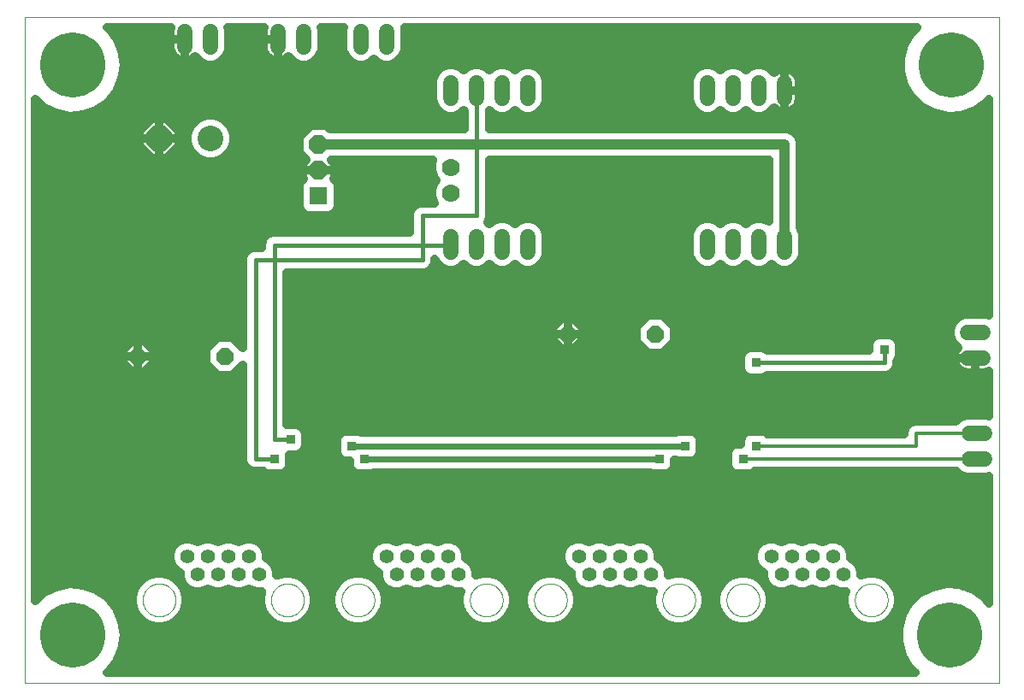
<source format=gbl>
G75*
%MOIN*%
%OFA0B0*%
%FSLAX25Y25*%
%IPPOS*%
%LPD*%
%AMOC8*
5,1,8,0,0,1.08239X$1,22.5*
%
%ADD10C,0.00000*%
%ADD11C,0.10000*%
%ADD12OC8,0.10000*%
%ADD13OC8,0.06600*%
%ADD14C,0.25400*%
%ADD15C,0.05937*%
%ADD16C,0.07000*%
%ADD17R,0.07087X0.07087*%
%ADD18OC8,0.07087*%
%ADD19C,0.05600*%
%ADD20C,0.03200*%
%ADD21C,0.02600*%
%ADD22R,0.03562X0.03562*%
%ADD23C,0.01600*%
%ADD24C,0.02400*%
%ADD25C,0.04000*%
%ADD26C,0.01200*%
D10*
X0002600Y0002600D02*
X0002600Y0262561D01*
X0382551Y0262561D01*
X0382551Y0002600D01*
X0002600Y0002600D01*
X0048700Y0035100D02*
X0048702Y0035260D01*
X0048708Y0035419D01*
X0048718Y0035578D01*
X0048732Y0035737D01*
X0048750Y0035896D01*
X0048771Y0036054D01*
X0048797Y0036211D01*
X0048827Y0036368D01*
X0048860Y0036524D01*
X0048898Y0036679D01*
X0048939Y0036833D01*
X0048984Y0036986D01*
X0049033Y0037138D01*
X0049086Y0037289D01*
X0049142Y0037438D01*
X0049203Y0037586D01*
X0049266Y0037732D01*
X0049334Y0037877D01*
X0049405Y0038020D01*
X0049479Y0038161D01*
X0049557Y0038300D01*
X0049639Y0038437D01*
X0049724Y0038572D01*
X0049812Y0038705D01*
X0049904Y0038836D01*
X0049998Y0038964D01*
X0050096Y0039090D01*
X0050197Y0039214D01*
X0050301Y0039335D01*
X0050408Y0039453D01*
X0050518Y0039569D01*
X0050631Y0039682D01*
X0050747Y0039792D01*
X0050865Y0039899D01*
X0050986Y0040003D01*
X0051110Y0040104D01*
X0051236Y0040202D01*
X0051364Y0040296D01*
X0051495Y0040388D01*
X0051628Y0040476D01*
X0051763Y0040561D01*
X0051900Y0040643D01*
X0052039Y0040721D01*
X0052180Y0040795D01*
X0052323Y0040866D01*
X0052468Y0040934D01*
X0052614Y0040997D01*
X0052762Y0041058D01*
X0052911Y0041114D01*
X0053062Y0041167D01*
X0053214Y0041216D01*
X0053367Y0041261D01*
X0053521Y0041302D01*
X0053676Y0041340D01*
X0053832Y0041373D01*
X0053989Y0041403D01*
X0054146Y0041429D01*
X0054304Y0041450D01*
X0054463Y0041468D01*
X0054622Y0041482D01*
X0054781Y0041492D01*
X0054940Y0041498D01*
X0055100Y0041500D01*
X0055260Y0041498D01*
X0055419Y0041492D01*
X0055578Y0041482D01*
X0055737Y0041468D01*
X0055896Y0041450D01*
X0056054Y0041429D01*
X0056211Y0041403D01*
X0056368Y0041373D01*
X0056524Y0041340D01*
X0056679Y0041302D01*
X0056833Y0041261D01*
X0056986Y0041216D01*
X0057138Y0041167D01*
X0057289Y0041114D01*
X0057438Y0041058D01*
X0057586Y0040997D01*
X0057732Y0040934D01*
X0057877Y0040866D01*
X0058020Y0040795D01*
X0058161Y0040721D01*
X0058300Y0040643D01*
X0058437Y0040561D01*
X0058572Y0040476D01*
X0058705Y0040388D01*
X0058836Y0040296D01*
X0058964Y0040202D01*
X0059090Y0040104D01*
X0059214Y0040003D01*
X0059335Y0039899D01*
X0059453Y0039792D01*
X0059569Y0039682D01*
X0059682Y0039569D01*
X0059792Y0039453D01*
X0059899Y0039335D01*
X0060003Y0039214D01*
X0060104Y0039090D01*
X0060202Y0038964D01*
X0060296Y0038836D01*
X0060388Y0038705D01*
X0060476Y0038572D01*
X0060561Y0038437D01*
X0060643Y0038300D01*
X0060721Y0038161D01*
X0060795Y0038020D01*
X0060866Y0037877D01*
X0060934Y0037732D01*
X0060997Y0037586D01*
X0061058Y0037438D01*
X0061114Y0037289D01*
X0061167Y0037138D01*
X0061216Y0036986D01*
X0061261Y0036833D01*
X0061302Y0036679D01*
X0061340Y0036524D01*
X0061373Y0036368D01*
X0061403Y0036211D01*
X0061429Y0036054D01*
X0061450Y0035896D01*
X0061468Y0035737D01*
X0061482Y0035578D01*
X0061492Y0035419D01*
X0061498Y0035260D01*
X0061500Y0035100D01*
X0061498Y0034940D01*
X0061492Y0034781D01*
X0061482Y0034622D01*
X0061468Y0034463D01*
X0061450Y0034304D01*
X0061429Y0034146D01*
X0061403Y0033989D01*
X0061373Y0033832D01*
X0061340Y0033676D01*
X0061302Y0033521D01*
X0061261Y0033367D01*
X0061216Y0033214D01*
X0061167Y0033062D01*
X0061114Y0032911D01*
X0061058Y0032762D01*
X0060997Y0032614D01*
X0060934Y0032468D01*
X0060866Y0032323D01*
X0060795Y0032180D01*
X0060721Y0032039D01*
X0060643Y0031900D01*
X0060561Y0031763D01*
X0060476Y0031628D01*
X0060388Y0031495D01*
X0060296Y0031364D01*
X0060202Y0031236D01*
X0060104Y0031110D01*
X0060003Y0030986D01*
X0059899Y0030865D01*
X0059792Y0030747D01*
X0059682Y0030631D01*
X0059569Y0030518D01*
X0059453Y0030408D01*
X0059335Y0030301D01*
X0059214Y0030197D01*
X0059090Y0030096D01*
X0058964Y0029998D01*
X0058836Y0029904D01*
X0058705Y0029812D01*
X0058572Y0029724D01*
X0058437Y0029639D01*
X0058300Y0029557D01*
X0058161Y0029479D01*
X0058020Y0029405D01*
X0057877Y0029334D01*
X0057732Y0029266D01*
X0057586Y0029203D01*
X0057438Y0029142D01*
X0057289Y0029086D01*
X0057138Y0029033D01*
X0056986Y0028984D01*
X0056833Y0028939D01*
X0056679Y0028898D01*
X0056524Y0028860D01*
X0056368Y0028827D01*
X0056211Y0028797D01*
X0056054Y0028771D01*
X0055896Y0028750D01*
X0055737Y0028732D01*
X0055578Y0028718D01*
X0055419Y0028708D01*
X0055260Y0028702D01*
X0055100Y0028700D01*
X0054940Y0028702D01*
X0054781Y0028708D01*
X0054622Y0028718D01*
X0054463Y0028732D01*
X0054304Y0028750D01*
X0054146Y0028771D01*
X0053989Y0028797D01*
X0053832Y0028827D01*
X0053676Y0028860D01*
X0053521Y0028898D01*
X0053367Y0028939D01*
X0053214Y0028984D01*
X0053062Y0029033D01*
X0052911Y0029086D01*
X0052762Y0029142D01*
X0052614Y0029203D01*
X0052468Y0029266D01*
X0052323Y0029334D01*
X0052180Y0029405D01*
X0052039Y0029479D01*
X0051900Y0029557D01*
X0051763Y0029639D01*
X0051628Y0029724D01*
X0051495Y0029812D01*
X0051364Y0029904D01*
X0051236Y0029998D01*
X0051110Y0030096D01*
X0050986Y0030197D01*
X0050865Y0030301D01*
X0050747Y0030408D01*
X0050631Y0030518D01*
X0050518Y0030631D01*
X0050408Y0030747D01*
X0050301Y0030865D01*
X0050197Y0030986D01*
X0050096Y0031110D01*
X0049998Y0031236D01*
X0049904Y0031364D01*
X0049812Y0031495D01*
X0049724Y0031628D01*
X0049639Y0031763D01*
X0049557Y0031900D01*
X0049479Y0032039D01*
X0049405Y0032180D01*
X0049334Y0032323D01*
X0049266Y0032468D01*
X0049203Y0032614D01*
X0049142Y0032762D01*
X0049086Y0032911D01*
X0049033Y0033062D01*
X0048984Y0033214D01*
X0048939Y0033367D01*
X0048898Y0033521D01*
X0048860Y0033676D01*
X0048827Y0033832D01*
X0048797Y0033989D01*
X0048771Y0034146D01*
X0048750Y0034304D01*
X0048732Y0034463D01*
X0048718Y0034622D01*
X0048708Y0034781D01*
X0048702Y0034940D01*
X0048700Y0035100D01*
X0098700Y0035100D02*
X0098702Y0035260D01*
X0098708Y0035419D01*
X0098718Y0035578D01*
X0098732Y0035737D01*
X0098750Y0035896D01*
X0098771Y0036054D01*
X0098797Y0036211D01*
X0098827Y0036368D01*
X0098860Y0036524D01*
X0098898Y0036679D01*
X0098939Y0036833D01*
X0098984Y0036986D01*
X0099033Y0037138D01*
X0099086Y0037289D01*
X0099142Y0037438D01*
X0099203Y0037586D01*
X0099266Y0037732D01*
X0099334Y0037877D01*
X0099405Y0038020D01*
X0099479Y0038161D01*
X0099557Y0038300D01*
X0099639Y0038437D01*
X0099724Y0038572D01*
X0099812Y0038705D01*
X0099904Y0038836D01*
X0099998Y0038964D01*
X0100096Y0039090D01*
X0100197Y0039214D01*
X0100301Y0039335D01*
X0100408Y0039453D01*
X0100518Y0039569D01*
X0100631Y0039682D01*
X0100747Y0039792D01*
X0100865Y0039899D01*
X0100986Y0040003D01*
X0101110Y0040104D01*
X0101236Y0040202D01*
X0101364Y0040296D01*
X0101495Y0040388D01*
X0101628Y0040476D01*
X0101763Y0040561D01*
X0101900Y0040643D01*
X0102039Y0040721D01*
X0102180Y0040795D01*
X0102323Y0040866D01*
X0102468Y0040934D01*
X0102614Y0040997D01*
X0102762Y0041058D01*
X0102911Y0041114D01*
X0103062Y0041167D01*
X0103214Y0041216D01*
X0103367Y0041261D01*
X0103521Y0041302D01*
X0103676Y0041340D01*
X0103832Y0041373D01*
X0103989Y0041403D01*
X0104146Y0041429D01*
X0104304Y0041450D01*
X0104463Y0041468D01*
X0104622Y0041482D01*
X0104781Y0041492D01*
X0104940Y0041498D01*
X0105100Y0041500D01*
X0105260Y0041498D01*
X0105419Y0041492D01*
X0105578Y0041482D01*
X0105737Y0041468D01*
X0105896Y0041450D01*
X0106054Y0041429D01*
X0106211Y0041403D01*
X0106368Y0041373D01*
X0106524Y0041340D01*
X0106679Y0041302D01*
X0106833Y0041261D01*
X0106986Y0041216D01*
X0107138Y0041167D01*
X0107289Y0041114D01*
X0107438Y0041058D01*
X0107586Y0040997D01*
X0107732Y0040934D01*
X0107877Y0040866D01*
X0108020Y0040795D01*
X0108161Y0040721D01*
X0108300Y0040643D01*
X0108437Y0040561D01*
X0108572Y0040476D01*
X0108705Y0040388D01*
X0108836Y0040296D01*
X0108964Y0040202D01*
X0109090Y0040104D01*
X0109214Y0040003D01*
X0109335Y0039899D01*
X0109453Y0039792D01*
X0109569Y0039682D01*
X0109682Y0039569D01*
X0109792Y0039453D01*
X0109899Y0039335D01*
X0110003Y0039214D01*
X0110104Y0039090D01*
X0110202Y0038964D01*
X0110296Y0038836D01*
X0110388Y0038705D01*
X0110476Y0038572D01*
X0110561Y0038437D01*
X0110643Y0038300D01*
X0110721Y0038161D01*
X0110795Y0038020D01*
X0110866Y0037877D01*
X0110934Y0037732D01*
X0110997Y0037586D01*
X0111058Y0037438D01*
X0111114Y0037289D01*
X0111167Y0037138D01*
X0111216Y0036986D01*
X0111261Y0036833D01*
X0111302Y0036679D01*
X0111340Y0036524D01*
X0111373Y0036368D01*
X0111403Y0036211D01*
X0111429Y0036054D01*
X0111450Y0035896D01*
X0111468Y0035737D01*
X0111482Y0035578D01*
X0111492Y0035419D01*
X0111498Y0035260D01*
X0111500Y0035100D01*
X0111498Y0034940D01*
X0111492Y0034781D01*
X0111482Y0034622D01*
X0111468Y0034463D01*
X0111450Y0034304D01*
X0111429Y0034146D01*
X0111403Y0033989D01*
X0111373Y0033832D01*
X0111340Y0033676D01*
X0111302Y0033521D01*
X0111261Y0033367D01*
X0111216Y0033214D01*
X0111167Y0033062D01*
X0111114Y0032911D01*
X0111058Y0032762D01*
X0110997Y0032614D01*
X0110934Y0032468D01*
X0110866Y0032323D01*
X0110795Y0032180D01*
X0110721Y0032039D01*
X0110643Y0031900D01*
X0110561Y0031763D01*
X0110476Y0031628D01*
X0110388Y0031495D01*
X0110296Y0031364D01*
X0110202Y0031236D01*
X0110104Y0031110D01*
X0110003Y0030986D01*
X0109899Y0030865D01*
X0109792Y0030747D01*
X0109682Y0030631D01*
X0109569Y0030518D01*
X0109453Y0030408D01*
X0109335Y0030301D01*
X0109214Y0030197D01*
X0109090Y0030096D01*
X0108964Y0029998D01*
X0108836Y0029904D01*
X0108705Y0029812D01*
X0108572Y0029724D01*
X0108437Y0029639D01*
X0108300Y0029557D01*
X0108161Y0029479D01*
X0108020Y0029405D01*
X0107877Y0029334D01*
X0107732Y0029266D01*
X0107586Y0029203D01*
X0107438Y0029142D01*
X0107289Y0029086D01*
X0107138Y0029033D01*
X0106986Y0028984D01*
X0106833Y0028939D01*
X0106679Y0028898D01*
X0106524Y0028860D01*
X0106368Y0028827D01*
X0106211Y0028797D01*
X0106054Y0028771D01*
X0105896Y0028750D01*
X0105737Y0028732D01*
X0105578Y0028718D01*
X0105419Y0028708D01*
X0105260Y0028702D01*
X0105100Y0028700D01*
X0104940Y0028702D01*
X0104781Y0028708D01*
X0104622Y0028718D01*
X0104463Y0028732D01*
X0104304Y0028750D01*
X0104146Y0028771D01*
X0103989Y0028797D01*
X0103832Y0028827D01*
X0103676Y0028860D01*
X0103521Y0028898D01*
X0103367Y0028939D01*
X0103214Y0028984D01*
X0103062Y0029033D01*
X0102911Y0029086D01*
X0102762Y0029142D01*
X0102614Y0029203D01*
X0102468Y0029266D01*
X0102323Y0029334D01*
X0102180Y0029405D01*
X0102039Y0029479D01*
X0101900Y0029557D01*
X0101763Y0029639D01*
X0101628Y0029724D01*
X0101495Y0029812D01*
X0101364Y0029904D01*
X0101236Y0029998D01*
X0101110Y0030096D01*
X0100986Y0030197D01*
X0100865Y0030301D01*
X0100747Y0030408D01*
X0100631Y0030518D01*
X0100518Y0030631D01*
X0100408Y0030747D01*
X0100301Y0030865D01*
X0100197Y0030986D01*
X0100096Y0031110D01*
X0099998Y0031236D01*
X0099904Y0031364D01*
X0099812Y0031495D01*
X0099724Y0031628D01*
X0099639Y0031763D01*
X0099557Y0031900D01*
X0099479Y0032039D01*
X0099405Y0032180D01*
X0099334Y0032323D01*
X0099266Y0032468D01*
X0099203Y0032614D01*
X0099142Y0032762D01*
X0099086Y0032911D01*
X0099033Y0033062D01*
X0098984Y0033214D01*
X0098939Y0033367D01*
X0098898Y0033521D01*
X0098860Y0033676D01*
X0098827Y0033832D01*
X0098797Y0033989D01*
X0098771Y0034146D01*
X0098750Y0034304D01*
X0098732Y0034463D01*
X0098718Y0034622D01*
X0098708Y0034781D01*
X0098702Y0034940D01*
X0098700Y0035100D01*
X0126200Y0035100D02*
X0126202Y0035260D01*
X0126208Y0035419D01*
X0126218Y0035578D01*
X0126232Y0035737D01*
X0126250Y0035896D01*
X0126271Y0036054D01*
X0126297Y0036211D01*
X0126327Y0036368D01*
X0126360Y0036524D01*
X0126398Y0036679D01*
X0126439Y0036833D01*
X0126484Y0036986D01*
X0126533Y0037138D01*
X0126586Y0037289D01*
X0126642Y0037438D01*
X0126703Y0037586D01*
X0126766Y0037732D01*
X0126834Y0037877D01*
X0126905Y0038020D01*
X0126979Y0038161D01*
X0127057Y0038300D01*
X0127139Y0038437D01*
X0127224Y0038572D01*
X0127312Y0038705D01*
X0127404Y0038836D01*
X0127498Y0038964D01*
X0127596Y0039090D01*
X0127697Y0039214D01*
X0127801Y0039335D01*
X0127908Y0039453D01*
X0128018Y0039569D01*
X0128131Y0039682D01*
X0128247Y0039792D01*
X0128365Y0039899D01*
X0128486Y0040003D01*
X0128610Y0040104D01*
X0128736Y0040202D01*
X0128864Y0040296D01*
X0128995Y0040388D01*
X0129128Y0040476D01*
X0129263Y0040561D01*
X0129400Y0040643D01*
X0129539Y0040721D01*
X0129680Y0040795D01*
X0129823Y0040866D01*
X0129968Y0040934D01*
X0130114Y0040997D01*
X0130262Y0041058D01*
X0130411Y0041114D01*
X0130562Y0041167D01*
X0130714Y0041216D01*
X0130867Y0041261D01*
X0131021Y0041302D01*
X0131176Y0041340D01*
X0131332Y0041373D01*
X0131489Y0041403D01*
X0131646Y0041429D01*
X0131804Y0041450D01*
X0131963Y0041468D01*
X0132122Y0041482D01*
X0132281Y0041492D01*
X0132440Y0041498D01*
X0132600Y0041500D01*
X0132760Y0041498D01*
X0132919Y0041492D01*
X0133078Y0041482D01*
X0133237Y0041468D01*
X0133396Y0041450D01*
X0133554Y0041429D01*
X0133711Y0041403D01*
X0133868Y0041373D01*
X0134024Y0041340D01*
X0134179Y0041302D01*
X0134333Y0041261D01*
X0134486Y0041216D01*
X0134638Y0041167D01*
X0134789Y0041114D01*
X0134938Y0041058D01*
X0135086Y0040997D01*
X0135232Y0040934D01*
X0135377Y0040866D01*
X0135520Y0040795D01*
X0135661Y0040721D01*
X0135800Y0040643D01*
X0135937Y0040561D01*
X0136072Y0040476D01*
X0136205Y0040388D01*
X0136336Y0040296D01*
X0136464Y0040202D01*
X0136590Y0040104D01*
X0136714Y0040003D01*
X0136835Y0039899D01*
X0136953Y0039792D01*
X0137069Y0039682D01*
X0137182Y0039569D01*
X0137292Y0039453D01*
X0137399Y0039335D01*
X0137503Y0039214D01*
X0137604Y0039090D01*
X0137702Y0038964D01*
X0137796Y0038836D01*
X0137888Y0038705D01*
X0137976Y0038572D01*
X0138061Y0038437D01*
X0138143Y0038300D01*
X0138221Y0038161D01*
X0138295Y0038020D01*
X0138366Y0037877D01*
X0138434Y0037732D01*
X0138497Y0037586D01*
X0138558Y0037438D01*
X0138614Y0037289D01*
X0138667Y0037138D01*
X0138716Y0036986D01*
X0138761Y0036833D01*
X0138802Y0036679D01*
X0138840Y0036524D01*
X0138873Y0036368D01*
X0138903Y0036211D01*
X0138929Y0036054D01*
X0138950Y0035896D01*
X0138968Y0035737D01*
X0138982Y0035578D01*
X0138992Y0035419D01*
X0138998Y0035260D01*
X0139000Y0035100D01*
X0138998Y0034940D01*
X0138992Y0034781D01*
X0138982Y0034622D01*
X0138968Y0034463D01*
X0138950Y0034304D01*
X0138929Y0034146D01*
X0138903Y0033989D01*
X0138873Y0033832D01*
X0138840Y0033676D01*
X0138802Y0033521D01*
X0138761Y0033367D01*
X0138716Y0033214D01*
X0138667Y0033062D01*
X0138614Y0032911D01*
X0138558Y0032762D01*
X0138497Y0032614D01*
X0138434Y0032468D01*
X0138366Y0032323D01*
X0138295Y0032180D01*
X0138221Y0032039D01*
X0138143Y0031900D01*
X0138061Y0031763D01*
X0137976Y0031628D01*
X0137888Y0031495D01*
X0137796Y0031364D01*
X0137702Y0031236D01*
X0137604Y0031110D01*
X0137503Y0030986D01*
X0137399Y0030865D01*
X0137292Y0030747D01*
X0137182Y0030631D01*
X0137069Y0030518D01*
X0136953Y0030408D01*
X0136835Y0030301D01*
X0136714Y0030197D01*
X0136590Y0030096D01*
X0136464Y0029998D01*
X0136336Y0029904D01*
X0136205Y0029812D01*
X0136072Y0029724D01*
X0135937Y0029639D01*
X0135800Y0029557D01*
X0135661Y0029479D01*
X0135520Y0029405D01*
X0135377Y0029334D01*
X0135232Y0029266D01*
X0135086Y0029203D01*
X0134938Y0029142D01*
X0134789Y0029086D01*
X0134638Y0029033D01*
X0134486Y0028984D01*
X0134333Y0028939D01*
X0134179Y0028898D01*
X0134024Y0028860D01*
X0133868Y0028827D01*
X0133711Y0028797D01*
X0133554Y0028771D01*
X0133396Y0028750D01*
X0133237Y0028732D01*
X0133078Y0028718D01*
X0132919Y0028708D01*
X0132760Y0028702D01*
X0132600Y0028700D01*
X0132440Y0028702D01*
X0132281Y0028708D01*
X0132122Y0028718D01*
X0131963Y0028732D01*
X0131804Y0028750D01*
X0131646Y0028771D01*
X0131489Y0028797D01*
X0131332Y0028827D01*
X0131176Y0028860D01*
X0131021Y0028898D01*
X0130867Y0028939D01*
X0130714Y0028984D01*
X0130562Y0029033D01*
X0130411Y0029086D01*
X0130262Y0029142D01*
X0130114Y0029203D01*
X0129968Y0029266D01*
X0129823Y0029334D01*
X0129680Y0029405D01*
X0129539Y0029479D01*
X0129400Y0029557D01*
X0129263Y0029639D01*
X0129128Y0029724D01*
X0128995Y0029812D01*
X0128864Y0029904D01*
X0128736Y0029998D01*
X0128610Y0030096D01*
X0128486Y0030197D01*
X0128365Y0030301D01*
X0128247Y0030408D01*
X0128131Y0030518D01*
X0128018Y0030631D01*
X0127908Y0030747D01*
X0127801Y0030865D01*
X0127697Y0030986D01*
X0127596Y0031110D01*
X0127498Y0031236D01*
X0127404Y0031364D01*
X0127312Y0031495D01*
X0127224Y0031628D01*
X0127139Y0031763D01*
X0127057Y0031900D01*
X0126979Y0032039D01*
X0126905Y0032180D01*
X0126834Y0032323D01*
X0126766Y0032468D01*
X0126703Y0032614D01*
X0126642Y0032762D01*
X0126586Y0032911D01*
X0126533Y0033062D01*
X0126484Y0033214D01*
X0126439Y0033367D01*
X0126398Y0033521D01*
X0126360Y0033676D01*
X0126327Y0033832D01*
X0126297Y0033989D01*
X0126271Y0034146D01*
X0126250Y0034304D01*
X0126232Y0034463D01*
X0126218Y0034622D01*
X0126208Y0034781D01*
X0126202Y0034940D01*
X0126200Y0035100D01*
X0176200Y0035100D02*
X0176202Y0035260D01*
X0176208Y0035419D01*
X0176218Y0035578D01*
X0176232Y0035737D01*
X0176250Y0035896D01*
X0176271Y0036054D01*
X0176297Y0036211D01*
X0176327Y0036368D01*
X0176360Y0036524D01*
X0176398Y0036679D01*
X0176439Y0036833D01*
X0176484Y0036986D01*
X0176533Y0037138D01*
X0176586Y0037289D01*
X0176642Y0037438D01*
X0176703Y0037586D01*
X0176766Y0037732D01*
X0176834Y0037877D01*
X0176905Y0038020D01*
X0176979Y0038161D01*
X0177057Y0038300D01*
X0177139Y0038437D01*
X0177224Y0038572D01*
X0177312Y0038705D01*
X0177404Y0038836D01*
X0177498Y0038964D01*
X0177596Y0039090D01*
X0177697Y0039214D01*
X0177801Y0039335D01*
X0177908Y0039453D01*
X0178018Y0039569D01*
X0178131Y0039682D01*
X0178247Y0039792D01*
X0178365Y0039899D01*
X0178486Y0040003D01*
X0178610Y0040104D01*
X0178736Y0040202D01*
X0178864Y0040296D01*
X0178995Y0040388D01*
X0179128Y0040476D01*
X0179263Y0040561D01*
X0179400Y0040643D01*
X0179539Y0040721D01*
X0179680Y0040795D01*
X0179823Y0040866D01*
X0179968Y0040934D01*
X0180114Y0040997D01*
X0180262Y0041058D01*
X0180411Y0041114D01*
X0180562Y0041167D01*
X0180714Y0041216D01*
X0180867Y0041261D01*
X0181021Y0041302D01*
X0181176Y0041340D01*
X0181332Y0041373D01*
X0181489Y0041403D01*
X0181646Y0041429D01*
X0181804Y0041450D01*
X0181963Y0041468D01*
X0182122Y0041482D01*
X0182281Y0041492D01*
X0182440Y0041498D01*
X0182600Y0041500D01*
X0182760Y0041498D01*
X0182919Y0041492D01*
X0183078Y0041482D01*
X0183237Y0041468D01*
X0183396Y0041450D01*
X0183554Y0041429D01*
X0183711Y0041403D01*
X0183868Y0041373D01*
X0184024Y0041340D01*
X0184179Y0041302D01*
X0184333Y0041261D01*
X0184486Y0041216D01*
X0184638Y0041167D01*
X0184789Y0041114D01*
X0184938Y0041058D01*
X0185086Y0040997D01*
X0185232Y0040934D01*
X0185377Y0040866D01*
X0185520Y0040795D01*
X0185661Y0040721D01*
X0185800Y0040643D01*
X0185937Y0040561D01*
X0186072Y0040476D01*
X0186205Y0040388D01*
X0186336Y0040296D01*
X0186464Y0040202D01*
X0186590Y0040104D01*
X0186714Y0040003D01*
X0186835Y0039899D01*
X0186953Y0039792D01*
X0187069Y0039682D01*
X0187182Y0039569D01*
X0187292Y0039453D01*
X0187399Y0039335D01*
X0187503Y0039214D01*
X0187604Y0039090D01*
X0187702Y0038964D01*
X0187796Y0038836D01*
X0187888Y0038705D01*
X0187976Y0038572D01*
X0188061Y0038437D01*
X0188143Y0038300D01*
X0188221Y0038161D01*
X0188295Y0038020D01*
X0188366Y0037877D01*
X0188434Y0037732D01*
X0188497Y0037586D01*
X0188558Y0037438D01*
X0188614Y0037289D01*
X0188667Y0037138D01*
X0188716Y0036986D01*
X0188761Y0036833D01*
X0188802Y0036679D01*
X0188840Y0036524D01*
X0188873Y0036368D01*
X0188903Y0036211D01*
X0188929Y0036054D01*
X0188950Y0035896D01*
X0188968Y0035737D01*
X0188982Y0035578D01*
X0188992Y0035419D01*
X0188998Y0035260D01*
X0189000Y0035100D01*
X0188998Y0034940D01*
X0188992Y0034781D01*
X0188982Y0034622D01*
X0188968Y0034463D01*
X0188950Y0034304D01*
X0188929Y0034146D01*
X0188903Y0033989D01*
X0188873Y0033832D01*
X0188840Y0033676D01*
X0188802Y0033521D01*
X0188761Y0033367D01*
X0188716Y0033214D01*
X0188667Y0033062D01*
X0188614Y0032911D01*
X0188558Y0032762D01*
X0188497Y0032614D01*
X0188434Y0032468D01*
X0188366Y0032323D01*
X0188295Y0032180D01*
X0188221Y0032039D01*
X0188143Y0031900D01*
X0188061Y0031763D01*
X0187976Y0031628D01*
X0187888Y0031495D01*
X0187796Y0031364D01*
X0187702Y0031236D01*
X0187604Y0031110D01*
X0187503Y0030986D01*
X0187399Y0030865D01*
X0187292Y0030747D01*
X0187182Y0030631D01*
X0187069Y0030518D01*
X0186953Y0030408D01*
X0186835Y0030301D01*
X0186714Y0030197D01*
X0186590Y0030096D01*
X0186464Y0029998D01*
X0186336Y0029904D01*
X0186205Y0029812D01*
X0186072Y0029724D01*
X0185937Y0029639D01*
X0185800Y0029557D01*
X0185661Y0029479D01*
X0185520Y0029405D01*
X0185377Y0029334D01*
X0185232Y0029266D01*
X0185086Y0029203D01*
X0184938Y0029142D01*
X0184789Y0029086D01*
X0184638Y0029033D01*
X0184486Y0028984D01*
X0184333Y0028939D01*
X0184179Y0028898D01*
X0184024Y0028860D01*
X0183868Y0028827D01*
X0183711Y0028797D01*
X0183554Y0028771D01*
X0183396Y0028750D01*
X0183237Y0028732D01*
X0183078Y0028718D01*
X0182919Y0028708D01*
X0182760Y0028702D01*
X0182600Y0028700D01*
X0182440Y0028702D01*
X0182281Y0028708D01*
X0182122Y0028718D01*
X0181963Y0028732D01*
X0181804Y0028750D01*
X0181646Y0028771D01*
X0181489Y0028797D01*
X0181332Y0028827D01*
X0181176Y0028860D01*
X0181021Y0028898D01*
X0180867Y0028939D01*
X0180714Y0028984D01*
X0180562Y0029033D01*
X0180411Y0029086D01*
X0180262Y0029142D01*
X0180114Y0029203D01*
X0179968Y0029266D01*
X0179823Y0029334D01*
X0179680Y0029405D01*
X0179539Y0029479D01*
X0179400Y0029557D01*
X0179263Y0029639D01*
X0179128Y0029724D01*
X0178995Y0029812D01*
X0178864Y0029904D01*
X0178736Y0029998D01*
X0178610Y0030096D01*
X0178486Y0030197D01*
X0178365Y0030301D01*
X0178247Y0030408D01*
X0178131Y0030518D01*
X0178018Y0030631D01*
X0177908Y0030747D01*
X0177801Y0030865D01*
X0177697Y0030986D01*
X0177596Y0031110D01*
X0177498Y0031236D01*
X0177404Y0031364D01*
X0177312Y0031495D01*
X0177224Y0031628D01*
X0177139Y0031763D01*
X0177057Y0031900D01*
X0176979Y0032039D01*
X0176905Y0032180D01*
X0176834Y0032323D01*
X0176766Y0032468D01*
X0176703Y0032614D01*
X0176642Y0032762D01*
X0176586Y0032911D01*
X0176533Y0033062D01*
X0176484Y0033214D01*
X0176439Y0033367D01*
X0176398Y0033521D01*
X0176360Y0033676D01*
X0176327Y0033832D01*
X0176297Y0033989D01*
X0176271Y0034146D01*
X0176250Y0034304D01*
X0176232Y0034463D01*
X0176218Y0034622D01*
X0176208Y0034781D01*
X0176202Y0034940D01*
X0176200Y0035100D01*
X0201200Y0035100D02*
X0201202Y0035260D01*
X0201208Y0035419D01*
X0201218Y0035578D01*
X0201232Y0035737D01*
X0201250Y0035896D01*
X0201271Y0036054D01*
X0201297Y0036211D01*
X0201327Y0036368D01*
X0201360Y0036524D01*
X0201398Y0036679D01*
X0201439Y0036833D01*
X0201484Y0036986D01*
X0201533Y0037138D01*
X0201586Y0037289D01*
X0201642Y0037438D01*
X0201703Y0037586D01*
X0201766Y0037732D01*
X0201834Y0037877D01*
X0201905Y0038020D01*
X0201979Y0038161D01*
X0202057Y0038300D01*
X0202139Y0038437D01*
X0202224Y0038572D01*
X0202312Y0038705D01*
X0202404Y0038836D01*
X0202498Y0038964D01*
X0202596Y0039090D01*
X0202697Y0039214D01*
X0202801Y0039335D01*
X0202908Y0039453D01*
X0203018Y0039569D01*
X0203131Y0039682D01*
X0203247Y0039792D01*
X0203365Y0039899D01*
X0203486Y0040003D01*
X0203610Y0040104D01*
X0203736Y0040202D01*
X0203864Y0040296D01*
X0203995Y0040388D01*
X0204128Y0040476D01*
X0204263Y0040561D01*
X0204400Y0040643D01*
X0204539Y0040721D01*
X0204680Y0040795D01*
X0204823Y0040866D01*
X0204968Y0040934D01*
X0205114Y0040997D01*
X0205262Y0041058D01*
X0205411Y0041114D01*
X0205562Y0041167D01*
X0205714Y0041216D01*
X0205867Y0041261D01*
X0206021Y0041302D01*
X0206176Y0041340D01*
X0206332Y0041373D01*
X0206489Y0041403D01*
X0206646Y0041429D01*
X0206804Y0041450D01*
X0206963Y0041468D01*
X0207122Y0041482D01*
X0207281Y0041492D01*
X0207440Y0041498D01*
X0207600Y0041500D01*
X0207760Y0041498D01*
X0207919Y0041492D01*
X0208078Y0041482D01*
X0208237Y0041468D01*
X0208396Y0041450D01*
X0208554Y0041429D01*
X0208711Y0041403D01*
X0208868Y0041373D01*
X0209024Y0041340D01*
X0209179Y0041302D01*
X0209333Y0041261D01*
X0209486Y0041216D01*
X0209638Y0041167D01*
X0209789Y0041114D01*
X0209938Y0041058D01*
X0210086Y0040997D01*
X0210232Y0040934D01*
X0210377Y0040866D01*
X0210520Y0040795D01*
X0210661Y0040721D01*
X0210800Y0040643D01*
X0210937Y0040561D01*
X0211072Y0040476D01*
X0211205Y0040388D01*
X0211336Y0040296D01*
X0211464Y0040202D01*
X0211590Y0040104D01*
X0211714Y0040003D01*
X0211835Y0039899D01*
X0211953Y0039792D01*
X0212069Y0039682D01*
X0212182Y0039569D01*
X0212292Y0039453D01*
X0212399Y0039335D01*
X0212503Y0039214D01*
X0212604Y0039090D01*
X0212702Y0038964D01*
X0212796Y0038836D01*
X0212888Y0038705D01*
X0212976Y0038572D01*
X0213061Y0038437D01*
X0213143Y0038300D01*
X0213221Y0038161D01*
X0213295Y0038020D01*
X0213366Y0037877D01*
X0213434Y0037732D01*
X0213497Y0037586D01*
X0213558Y0037438D01*
X0213614Y0037289D01*
X0213667Y0037138D01*
X0213716Y0036986D01*
X0213761Y0036833D01*
X0213802Y0036679D01*
X0213840Y0036524D01*
X0213873Y0036368D01*
X0213903Y0036211D01*
X0213929Y0036054D01*
X0213950Y0035896D01*
X0213968Y0035737D01*
X0213982Y0035578D01*
X0213992Y0035419D01*
X0213998Y0035260D01*
X0214000Y0035100D01*
X0213998Y0034940D01*
X0213992Y0034781D01*
X0213982Y0034622D01*
X0213968Y0034463D01*
X0213950Y0034304D01*
X0213929Y0034146D01*
X0213903Y0033989D01*
X0213873Y0033832D01*
X0213840Y0033676D01*
X0213802Y0033521D01*
X0213761Y0033367D01*
X0213716Y0033214D01*
X0213667Y0033062D01*
X0213614Y0032911D01*
X0213558Y0032762D01*
X0213497Y0032614D01*
X0213434Y0032468D01*
X0213366Y0032323D01*
X0213295Y0032180D01*
X0213221Y0032039D01*
X0213143Y0031900D01*
X0213061Y0031763D01*
X0212976Y0031628D01*
X0212888Y0031495D01*
X0212796Y0031364D01*
X0212702Y0031236D01*
X0212604Y0031110D01*
X0212503Y0030986D01*
X0212399Y0030865D01*
X0212292Y0030747D01*
X0212182Y0030631D01*
X0212069Y0030518D01*
X0211953Y0030408D01*
X0211835Y0030301D01*
X0211714Y0030197D01*
X0211590Y0030096D01*
X0211464Y0029998D01*
X0211336Y0029904D01*
X0211205Y0029812D01*
X0211072Y0029724D01*
X0210937Y0029639D01*
X0210800Y0029557D01*
X0210661Y0029479D01*
X0210520Y0029405D01*
X0210377Y0029334D01*
X0210232Y0029266D01*
X0210086Y0029203D01*
X0209938Y0029142D01*
X0209789Y0029086D01*
X0209638Y0029033D01*
X0209486Y0028984D01*
X0209333Y0028939D01*
X0209179Y0028898D01*
X0209024Y0028860D01*
X0208868Y0028827D01*
X0208711Y0028797D01*
X0208554Y0028771D01*
X0208396Y0028750D01*
X0208237Y0028732D01*
X0208078Y0028718D01*
X0207919Y0028708D01*
X0207760Y0028702D01*
X0207600Y0028700D01*
X0207440Y0028702D01*
X0207281Y0028708D01*
X0207122Y0028718D01*
X0206963Y0028732D01*
X0206804Y0028750D01*
X0206646Y0028771D01*
X0206489Y0028797D01*
X0206332Y0028827D01*
X0206176Y0028860D01*
X0206021Y0028898D01*
X0205867Y0028939D01*
X0205714Y0028984D01*
X0205562Y0029033D01*
X0205411Y0029086D01*
X0205262Y0029142D01*
X0205114Y0029203D01*
X0204968Y0029266D01*
X0204823Y0029334D01*
X0204680Y0029405D01*
X0204539Y0029479D01*
X0204400Y0029557D01*
X0204263Y0029639D01*
X0204128Y0029724D01*
X0203995Y0029812D01*
X0203864Y0029904D01*
X0203736Y0029998D01*
X0203610Y0030096D01*
X0203486Y0030197D01*
X0203365Y0030301D01*
X0203247Y0030408D01*
X0203131Y0030518D01*
X0203018Y0030631D01*
X0202908Y0030747D01*
X0202801Y0030865D01*
X0202697Y0030986D01*
X0202596Y0031110D01*
X0202498Y0031236D01*
X0202404Y0031364D01*
X0202312Y0031495D01*
X0202224Y0031628D01*
X0202139Y0031763D01*
X0202057Y0031900D01*
X0201979Y0032039D01*
X0201905Y0032180D01*
X0201834Y0032323D01*
X0201766Y0032468D01*
X0201703Y0032614D01*
X0201642Y0032762D01*
X0201586Y0032911D01*
X0201533Y0033062D01*
X0201484Y0033214D01*
X0201439Y0033367D01*
X0201398Y0033521D01*
X0201360Y0033676D01*
X0201327Y0033832D01*
X0201297Y0033989D01*
X0201271Y0034146D01*
X0201250Y0034304D01*
X0201232Y0034463D01*
X0201218Y0034622D01*
X0201208Y0034781D01*
X0201202Y0034940D01*
X0201200Y0035100D01*
X0251200Y0035100D02*
X0251202Y0035260D01*
X0251208Y0035419D01*
X0251218Y0035578D01*
X0251232Y0035737D01*
X0251250Y0035896D01*
X0251271Y0036054D01*
X0251297Y0036211D01*
X0251327Y0036368D01*
X0251360Y0036524D01*
X0251398Y0036679D01*
X0251439Y0036833D01*
X0251484Y0036986D01*
X0251533Y0037138D01*
X0251586Y0037289D01*
X0251642Y0037438D01*
X0251703Y0037586D01*
X0251766Y0037732D01*
X0251834Y0037877D01*
X0251905Y0038020D01*
X0251979Y0038161D01*
X0252057Y0038300D01*
X0252139Y0038437D01*
X0252224Y0038572D01*
X0252312Y0038705D01*
X0252404Y0038836D01*
X0252498Y0038964D01*
X0252596Y0039090D01*
X0252697Y0039214D01*
X0252801Y0039335D01*
X0252908Y0039453D01*
X0253018Y0039569D01*
X0253131Y0039682D01*
X0253247Y0039792D01*
X0253365Y0039899D01*
X0253486Y0040003D01*
X0253610Y0040104D01*
X0253736Y0040202D01*
X0253864Y0040296D01*
X0253995Y0040388D01*
X0254128Y0040476D01*
X0254263Y0040561D01*
X0254400Y0040643D01*
X0254539Y0040721D01*
X0254680Y0040795D01*
X0254823Y0040866D01*
X0254968Y0040934D01*
X0255114Y0040997D01*
X0255262Y0041058D01*
X0255411Y0041114D01*
X0255562Y0041167D01*
X0255714Y0041216D01*
X0255867Y0041261D01*
X0256021Y0041302D01*
X0256176Y0041340D01*
X0256332Y0041373D01*
X0256489Y0041403D01*
X0256646Y0041429D01*
X0256804Y0041450D01*
X0256963Y0041468D01*
X0257122Y0041482D01*
X0257281Y0041492D01*
X0257440Y0041498D01*
X0257600Y0041500D01*
X0257760Y0041498D01*
X0257919Y0041492D01*
X0258078Y0041482D01*
X0258237Y0041468D01*
X0258396Y0041450D01*
X0258554Y0041429D01*
X0258711Y0041403D01*
X0258868Y0041373D01*
X0259024Y0041340D01*
X0259179Y0041302D01*
X0259333Y0041261D01*
X0259486Y0041216D01*
X0259638Y0041167D01*
X0259789Y0041114D01*
X0259938Y0041058D01*
X0260086Y0040997D01*
X0260232Y0040934D01*
X0260377Y0040866D01*
X0260520Y0040795D01*
X0260661Y0040721D01*
X0260800Y0040643D01*
X0260937Y0040561D01*
X0261072Y0040476D01*
X0261205Y0040388D01*
X0261336Y0040296D01*
X0261464Y0040202D01*
X0261590Y0040104D01*
X0261714Y0040003D01*
X0261835Y0039899D01*
X0261953Y0039792D01*
X0262069Y0039682D01*
X0262182Y0039569D01*
X0262292Y0039453D01*
X0262399Y0039335D01*
X0262503Y0039214D01*
X0262604Y0039090D01*
X0262702Y0038964D01*
X0262796Y0038836D01*
X0262888Y0038705D01*
X0262976Y0038572D01*
X0263061Y0038437D01*
X0263143Y0038300D01*
X0263221Y0038161D01*
X0263295Y0038020D01*
X0263366Y0037877D01*
X0263434Y0037732D01*
X0263497Y0037586D01*
X0263558Y0037438D01*
X0263614Y0037289D01*
X0263667Y0037138D01*
X0263716Y0036986D01*
X0263761Y0036833D01*
X0263802Y0036679D01*
X0263840Y0036524D01*
X0263873Y0036368D01*
X0263903Y0036211D01*
X0263929Y0036054D01*
X0263950Y0035896D01*
X0263968Y0035737D01*
X0263982Y0035578D01*
X0263992Y0035419D01*
X0263998Y0035260D01*
X0264000Y0035100D01*
X0263998Y0034940D01*
X0263992Y0034781D01*
X0263982Y0034622D01*
X0263968Y0034463D01*
X0263950Y0034304D01*
X0263929Y0034146D01*
X0263903Y0033989D01*
X0263873Y0033832D01*
X0263840Y0033676D01*
X0263802Y0033521D01*
X0263761Y0033367D01*
X0263716Y0033214D01*
X0263667Y0033062D01*
X0263614Y0032911D01*
X0263558Y0032762D01*
X0263497Y0032614D01*
X0263434Y0032468D01*
X0263366Y0032323D01*
X0263295Y0032180D01*
X0263221Y0032039D01*
X0263143Y0031900D01*
X0263061Y0031763D01*
X0262976Y0031628D01*
X0262888Y0031495D01*
X0262796Y0031364D01*
X0262702Y0031236D01*
X0262604Y0031110D01*
X0262503Y0030986D01*
X0262399Y0030865D01*
X0262292Y0030747D01*
X0262182Y0030631D01*
X0262069Y0030518D01*
X0261953Y0030408D01*
X0261835Y0030301D01*
X0261714Y0030197D01*
X0261590Y0030096D01*
X0261464Y0029998D01*
X0261336Y0029904D01*
X0261205Y0029812D01*
X0261072Y0029724D01*
X0260937Y0029639D01*
X0260800Y0029557D01*
X0260661Y0029479D01*
X0260520Y0029405D01*
X0260377Y0029334D01*
X0260232Y0029266D01*
X0260086Y0029203D01*
X0259938Y0029142D01*
X0259789Y0029086D01*
X0259638Y0029033D01*
X0259486Y0028984D01*
X0259333Y0028939D01*
X0259179Y0028898D01*
X0259024Y0028860D01*
X0258868Y0028827D01*
X0258711Y0028797D01*
X0258554Y0028771D01*
X0258396Y0028750D01*
X0258237Y0028732D01*
X0258078Y0028718D01*
X0257919Y0028708D01*
X0257760Y0028702D01*
X0257600Y0028700D01*
X0257440Y0028702D01*
X0257281Y0028708D01*
X0257122Y0028718D01*
X0256963Y0028732D01*
X0256804Y0028750D01*
X0256646Y0028771D01*
X0256489Y0028797D01*
X0256332Y0028827D01*
X0256176Y0028860D01*
X0256021Y0028898D01*
X0255867Y0028939D01*
X0255714Y0028984D01*
X0255562Y0029033D01*
X0255411Y0029086D01*
X0255262Y0029142D01*
X0255114Y0029203D01*
X0254968Y0029266D01*
X0254823Y0029334D01*
X0254680Y0029405D01*
X0254539Y0029479D01*
X0254400Y0029557D01*
X0254263Y0029639D01*
X0254128Y0029724D01*
X0253995Y0029812D01*
X0253864Y0029904D01*
X0253736Y0029998D01*
X0253610Y0030096D01*
X0253486Y0030197D01*
X0253365Y0030301D01*
X0253247Y0030408D01*
X0253131Y0030518D01*
X0253018Y0030631D01*
X0252908Y0030747D01*
X0252801Y0030865D01*
X0252697Y0030986D01*
X0252596Y0031110D01*
X0252498Y0031236D01*
X0252404Y0031364D01*
X0252312Y0031495D01*
X0252224Y0031628D01*
X0252139Y0031763D01*
X0252057Y0031900D01*
X0251979Y0032039D01*
X0251905Y0032180D01*
X0251834Y0032323D01*
X0251766Y0032468D01*
X0251703Y0032614D01*
X0251642Y0032762D01*
X0251586Y0032911D01*
X0251533Y0033062D01*
X0251484Y0033214D01*
X0251439Y0033367D01*
X0251398Y0033521D01*
X0251360Y0033676D01*
X0251327Y0033832D01*
X0251297Y0033989D01*
X0251271Y0034146D01*
X0251250Y0034304D01*
X0251232Y0034463D01*
X0251218Y0034622D01*
X0251208Y0034781D01*
X0251202Y0034940D01*
X0251200Y0035100D01*
X0276200Y0035100D02*
X0276202Y0035260D01*
X0276208Y0035419D01*
X0276218Y0035578D01*
X0276232Y0035737D01*
X0276250Y0035896D01*
X0276271Y0036054D01*
X0276297Y0036211D01*
X0276327Y0036368D01*
X0276360Y0036524D01*
X0276398Y0036679D01*
X0276439Y0036833D01*
X0276484Y0036986D01*
X0276533Y0037138D01*
X0276586Y0037289D01*
X0276642Y0037438D01*
X0276703Y0037586D01*
X0276766Y0037732D01*
X0276834Y0037877D01*
X0276905Y0038020D01*
X0276979Y0038161D01*
X0277057Y0038300D01*
X0277139Y0038437D01*
X0277224Y0038572D01*
X0277312Y0038705D01*
X0277404Y0038836D01*
X0277498Y0038964D01*
X0277596Y0039090D01*
X0277697Y0039214D01*
X0277801Y0039335D01*
X0277908Y0039453D01*
X0278018Y0039569D01*
X0278131Y0039682D01*
X0278247Y0039792D01*
X0278365Y0039899D01*
X0278486Y0040003D01*
X0278610Y0040104D01*
X0278736Y0040202D01*
X0278864Y0040296D01*
X0278995Y0040388D01*
X0279128Y0040476D01*
X0279263Y0040561D01*
X0279400Y0040643D01*
X0279539Y0040721D01*
X0279680Y0040795D01*
X0279823Y0040866D01*
X0279968Y0040934D01*
X0280114Y0040997D01*
X0280262Y0041058D01*
X0280411Y0041114D01*
X0280562Y0041167D01*
X0280714Y0041216D01*
X0280867Y0041261D01*
X0281021Y0041302D01*
X0281176Y0041340D01*
X0281332Y0041373D01*
X0281489Y0041403D01*
X0281646Y0041429D01*
X0281804Y0041450D01*
X0281963Y0041468D01*
X0282122Y0041482D01*
X0282281Y0041492D01*
X0282440Y0041498D01*
X0282600Y0041500D01*
X0282760Y0041498D01*
X0282919Y0041492D01*
X0283078Y0041482D01*
X0283237Y0041468D01*
X0283396Y0041450D01*
X0283554Y0041429D01*
X0283711Y0041403D01*
X0283868Y0041373D01*
X0284024Y0041340D01*
X0284179Y0041302D01*
X0284333Y0041261D01*
X0284486Y0041216D01*
X0284638Y0041167D01*
X0284789Y0041114D01*
X0284938Y0041058D01*
X0285086Y0040997D01*
X0285232Y0040934D01*
X0285377Y0040866D01*
X0285520Y0040795D01*
X0285661Y0040721D01*
X0285800Y0040643D01*
X0285937Y0040561D01*
X0286072Y0040476D01*
X0286205Y0040388D01*
X0286336Y0040296D01*
X0286464Y0040202D01*
X0286590Y0040104D01*
X0286714Y0040003D01*
X0286835Y0039899D01*
X0286953Y0039792D01*
X0287069Y0039682D01*
X0287182Y0039569D01*
X0287292Y0039453D01*
X0287399Y0039335D01*
X0287503Y0039214D01*
X0287604Y0039090D01*
X0287702Y0038964D01*
X0287796Y0038836D01*
X0287888Y0038705D01*
X0287976Y0038572D01*
X0288061Y0038437D01*
X0288143Y0038300D01*
X0288221Y0038161D01*
X0288295Y0038020D01*
X0288366Y0037877D01*
X0288434Y0037732D01*
X0288497Y0037586D01*
X0288558Y0037438D01*
X0288614Y0037289D01*
X0288667Y0037138D01*
X0288716Y0036986D01*
X0288761Y0036833D01*
X0288802Y0036679D01*
X0288840Y0036524D01*
X0288873Y0036368D01*
X0288903Y0036211D01*
X0288929Y0036054D01*
X0288950Y0035896D01*
X0288968Y0035737D01*
X0288982Y0035578D01*
X0288992Y0035419D01*
X0288998Y0035260D01*
X0289000Y0035100D01*
X0288998Y0034940D01*
X0288992Y0034781D01*
X0288982Y0034622D01*
X0288968Y0034463D01*
X0288950Y0034304D01*
X0288929Y0034146D01*
X0288903Y0033989D01*
X0288873Y0033832D01*
X0288840Y0033676D01*
X0288802Y0033521D01*
X0288761Y0033367D01*
X0288716Y0033214D01*
X0288667Y0033062D01*
X0288614Y0032911D01*
X0288558Y0032762D01*
X0288497Y0032614D01*
X0288434Y0032468D01*
X0288366Y0032323D01*
X0288295Y0032180D01*
X0288221Y0032039D01*
X0288143Y0031900D01*
X0288061Y0031763D01*
X0287976Y0031628D01*
X0287888Y0031495D01*
X0287796Y0031364D01*
X0287702Y0031236D01*
X0287604Y0031110D01*
X0287503Y0030986D01*
X0287399Y0030865D01*
X0287292Y0030747D01*
X0287182Y0030631D01*
X0287069Y0030518D01*
X0286953Y0030408D01*
X0286835Y0030301D01*
X0286714Y0030197D01*
X0286590Y0030096D01*
X0286464Y0029998D01*
X0286336Y0029904D01*
X0286205Y0029812D01*
X0286072Y0029724D01*
X0285937Y0029639D01*
X0285800Y0029557D01*
X0285661Y0029479D01*
X0285520Y0029405D01*
X0285377Y0029334D01*
X0285232Y0029266D01*
X0285086Y0029203D01*
X0284938Y0029142D01*
X0284789Y0029086D01*
X0284638Y0029033D01*
X0284486Y0028984D01*
X0284333Y0028939D01*
X0284179Y0028898D01*
X0284024Y0028860D01*
X0283868Y0028827D01*
X0283711Y0028797D01*
X0283554Y0028771D01*
X0283396Y0028750D01*
X0283237Y0028732D01*
X0283078Y0028718D01*
X0282919Y0028708D01*
X0282760Y0028702D01*
X0282600Y0028700D01*
X0282440Y0028702D01*
X0282281Y0028708D01*
X0282122Y0028718D01*
X0281963Y0028732D01*
X0281804Y0028750D01*
X0281646Y0028771D01*
X0281489Y0028797D01*
X0281332Y0028827D01*
X0281176Y0028860D01*
X0281021Y0028898D01*
X0280867Y0028939D01*
X0280714Y0028984D01*
X0280562Y0029033D01*
X0280411Y0029086D01*
X0280262Y0029142D01*
X0280114Y0029203D01*
X0279968Y0029266D01*
X0279823Y0029334D01*
X0279680Y0029405D01*
X0279539Y0029479D01*
X0279400Y0029557D01*
X0279263Y0029639D01*
X0279128Y0029724D01*
X0278995Y0029812D01*
X0278864Y0029904D01*
X0278736Y0029998D01*
X0278610Y0030096D01*
X0278486Y0030197D01*
X0278365Y0030301D01*
X0278247Y0030408D01*
X0278131Y0030518D01*
X0278018Y0030631D01*
X0277908Y0030747D01*
X0277801Y0030865D01*
X0277697Y0030986D01*
X0277596Y0031110D01*
X0277498Y0031236D01*
X0277404Y0031364D01*
X0277312Y0031495D01*
X0277224Y0031628D01*
X0277139Y0031763D01*
X0277057Y0031900D01*
X0276979Y0032039D01*
X0276905Y0032180D01*
X0276834Y0032323D01*
X0276766Y0032468D01*
X0276703Y0032614D01*
X0276642Y0032762D01*
X0276586Y0032911D01*
X0276533Y0033062D01*
X0276484Y0033214D01*
X0276439Y0033367D01*
X0276398Y0033521D01*
X0276360Y0033676D01*
X0276327Y0033832D01*
X0276297Y0033989D01*
X0276271Y0034146D01*
X0276250Y0034304D01*
X0276232Y0034463D01*
X0276218Y0034622D01*
X0276208Y0034781D01*
X0276202Y0034940D01*
X0276200Y0035100D01*
X0326200Y0035100D02*
X0326202Y0035260D01*
X0326208Y0035419D01*
X0326218Y0035578D01*
X0326232Y0035737D01*
X0326250Y0035896D01*
X0326271Y0036054D01*
X0326297Y0036211D01*
X0326327Y0036368D01*
X0326360Y0036524D01*
X0326398Y0036679D01*
X0326439Y0036833D01*
X0326484Y0036986D01*
X0326533Y0037138D01*
X0326586Y0037289D01*
X0326642Y0037438D01*
X0326703Y0037586D01*
X0326766Y0037732D01*
X0326834Y0037877D01*
X0326905Y0038020D01*
X0326979Y0038161D01*
X0327057Y0038300D01*
X0327139Y0038437D01*
X0327224Y0038572D01*
X0327312Y0038705D01*
X0327404Y0038836D01*
X0327498Y0038964D01*
X0327596Y0039090D01*
X0327697Y0039214D01*
X0327801Y0039335D01*
X0327908Y0039453D01*
X0328018Y0039569D01*
X0328131Y0039682D01*
X0328247Y0039792D01*
X0328365Y0039899D01*
X0328486Y0040003D01*
X0328610Y0040104D01*
X0328736Y0040202D01*
X0328864Y0040296D01*
X0328995Y0040388D01*
X0329128Y0040476D01*
X0329263Y0040561D01*
X0329400Y0040643D01*
X0329539Y0040721D01*
X0329680Y0040795D01*
X0329823Y0040866D01*
X0329968Y0040934D01*
X0330114Y0040997D01*
X0330262Y0041058D01*
X0330411Y0041114D01*
X0330562Y0041167D01*
X0330714Y0041216D01*
X0330867Y0041261D01*
X0331021Y0041302D01*
X0331176Y0041340D01*
X0331332Y0041373D01*
X0331489Y0041403D01*
X0331646Y0041429D01*
X0331804Y0041450D01*
X0331963Y0041468D01*
X0332122Y0041482D01*
X0332281Y0041492D01*
X0332440Y0041498D01*
X0332600Y0041500D01*
X0332760Y0041498D01*
X0332919Y0041492D01*
X0333078Y0041482D01*
X0333237Y0041468D01*
X0333396Y0041450D01*
X0333554Y0041429D01*
X0333711Y0041403D01*
X0333868Y0041373D01*
X0334024Y0041340D01*
X0334179Y0041302D01*
X0334333Y0041261D01*
X0334486Y0041216D01*
X0334638Y0041167D01*
X0334789Y0041114D01*
X0334938Y0041058D01*
X0335086Y0040997D01*
X0335232Y0040934D01*
X0335377Y0040866D01*
X0335520Y0040795D01*
X0335661Y0040721D01*
X0335800Y0040643D01*
X0335937Y0040561D01*
X0336072Y0040476D01*
X0336205Y0040388D01*
X0336336Y0040296D01*
X0336464Y0040202D01*
X0336590Y0040104D01*
X0336714Y0040003D01*
X0336835Y0039899D01*
X0336953Y0039792D01*
X0337069Y0039682D01*
X0337182Y0039569D01*
X0337292Y0039453D01*
X0337399Y0039335D01*
X0337503Y0039214D01*
X0337604Y0039090D01*
X0337702Y0038964D01*
X0337796Y0038836D01*
X0337888Y0038705D01*
X0337976Y0038572D01*
X0338061Y0038437D01*
X0338143Y0038300D01*
X0338221Y0038161D01*
X0338295Y0038020D01*
X0338366Y0037877D01*
X0338434Y0037732D01*
X0338497Y0037586D01*
X0338558Y0037438D01*
X0338614Y0037289D01*
X0338667Y0037138D01*
X0338716Y0036986D01*
X0338761Y0036833D01*
X0338802Y0036679D01*
X0338840Y0036524D01*
X0338873Y0036368D01*
X0338903Y0036211D01*
X0338929Y0036054D01*
X0338950Y0035896D01*
X0338968Y0035737D01*
X0338982Y0035578D01*
X0338992Y0035419D01*
X0338998Y0035260D01*
X0339000Y0035100D01*
X0338998Y0034940D01*
X0338992Y0034781D01*
X0338982Y0034622D01*
X0338968Y0034463D01*
X0338950Y0034304D01*
X0338929Y0034146D01*
X0338903Y0033989D01*
X0338873Y0033832D01*
X0338840Y0033676D01*
X0338802Y0033521D01*
X0338761Y0033367D01*
X0338716Y0033214D01*
X0338667Y0033062D01*
X0338614Y0032911D01*
X0338558Y0032762D01*
X0338497Y0032614D01*
X0338434Y0032468D01*
X0338366Y0032323D01*
X0338295Y0032180D01*
X0338221Y0032039D01*
X0338143Y0031900D01*
X0338061Y0031763D01*
X0337976Y0031628D01*
X0337888Y0031495D01*
X0337796Y0031364D01*
X0337702Y0031236D01*
X0337604Y0031110D01*
X0337503Y0030986D01*
X0337399Y0030865D01*
X0337292Y0030747D01*
X0337182Y0030631D01*
X0337069Y0030518D01*
X0336953Y0030408D01*
X0336835Y0030301D01*
X0336714Y0030197D01*
X0336590Y0030096D01*
X0336464Y0029998D01*
X0336336Y0029904D01*
X0336205Y0029812D01*
X0336072Y0029724D01*
X0335937Y0029639D01*
X0335800Y0029557D01*
X0335661Y0029479D01*
X0335520Y0029405D01*
X0335377Y0029334D01*
X0335232Y0029266D01*
X0335086Y0029203D01*
X0334938Y0029142D01*
X0334789Y0029086D01*
X0334638Y0029033D01*
X0334486Y0028984D01*
X0334333Y0028939D01*
X0334179Y0028898D01*
X0334024Y0028860D01*
X0333868Y0028827D01*
X0333711Y0028797D01*
X0333554Y0028771D01*
X0333396Y0028750D01*
X0333237Y0028732D01*
X0333078Y0028718D01*
X0332919Y0028708D01*
X0332760Y0028702D01*
X0332600Y0028700D01*
X0332440Y0028702D01*
X0332281Y0028708D01*
X0332122Y0028718D01*
X0331963Y0028732D01*
X0331804Y0028750D01*
X0331646Y0028771D01*
X0331489Y0028797D01*
X0331332Y0028827D01*
X0331176Y0028860D01*
X0331021Y0028898D01*
X0330867Y0028939D01*
X0330714Y0028984D01*
X0330562Y0029033D01*
X0330411Y0029086D01*
X0330262Y0029142D01*
X0330114Y0029203D01*
X0329968Y0029266D01*
X0329823Y0029334D01*
X0329680Y0029405D01*
X0329539Y0029479D01*
X0329400Y0029557D01*
X0329263Y0029639D01*
X0329128Y0029724D01*
X0328995Y0029812D01*
X0328864Y0029904D01*
X0328736Y0029998D01*
X0328610Y0030096D01*
X0328486Y0030197D01*
X0328365Y0030301D01*
X0328247Y0030408D01*
X0328131Y0030518D01*
X0328018Y0030631D01*
X0327908Y0030747D01*
X0327801Y0030865D01*
X0327697Y0030986D01*
X0327596Y0031110D01*
X0327498Y0031236D01*
X0327404Y0031364D01*
X0327312Y0031495D01*
X0327224Y0031628D01*
X0327139Y0031763D01*
X0327057Y0031900D01*
X0326979Y0032039D01*
X0326905Y0032180D01*
X0326834Y0032323D01*
X0326766Y0032468D01*
X0326703Y0032614D01*
X0326642Y0032762D01*
X0326586Y0032911D01*
X0326533Y0033062D01*
X0326484Y0033214D01*
X0326439Y0033367D01*
X0326398Y0033521D01*
X0326360Y0033676D01*
X0326327Y0033832D01*
X0326297Y0033989D01*
X0326271Y0034146D01*
X0326250Y0034304D01*
X0326232Y0034463D01*
X0326218Y0034622D01*
X0326208Y0034781D01*
X0326202Y0034940D01*
X0326200Y0035100D01*
D11*
X0075100Y0215100D03*
D12*
X0055100Y0215100D03*
D13*
X0046850Y0130100D03*
X0080850Y0130100D03*
X0214350Y0138850D03*
X0248350Y0138850D03*
D14*
X0363800Y0243800D03*
X0363112Y0021400D03*
X0021325Y0021325D03*
X0021325Y0243875D03*
D15*
X0065100Y0250881D02*
X0065100Y0256819D01*
X0075100Y0256819D02*
X0075100Y0250881D01*
X0101350Y0250881D02*
X0101350Y0256819D01*
X0111350Y0256819D02*
X0111350Y0250881D01*
X0133850Y0250881D02*
X0133850Y0256819D01*
X0143850Y0256819D02*
X0143850Y0250881D01*
X0168850Y0236819D02*
X0168850Y0230881D01*
X0178850Y0230881D02*
X0178850Y0236819D01*
X0188850Y0236819D02*
X0188850Y0230881D01*
X0198850Y0230881D02*
X0198850Y0236819D01*
X0268850Y0236819D02*
X0268850Y0230881D01*
X0278850Y0230881D02*
X0278850Y0236819D01*
X0288850Y0236819D02*
X0288850Y0230881D01*
X0298850Y0230881D02*
X0298850Y0236819D01*
X0298850Y0176819D02*
X0298850Y0170881D01*
X0288850Y0170881D02*
X0288850Y0176819D01*
X0278850Y0176819D02*
X0278850Y0170881D01*
X0268850Y0170881D02*
X0268850Y0176819D01*
X0198850Y0176819D02*
X0198850Y0170881D01*
X0188850Y0170881D02*
X0188850Y0176819D01*
X0178850Y0176819D02*
X0178850Y0170881D01*
X0168850Y0170881D02*
X0168850Y0176819D01*
X0370244Y0139488D02*
X0376181Y0139488D01*
X0376181Y0129487D02*
X0370244Y0129487D01*
X0370756Y0100100D02*
X0376694Y0100100D01*
X0376694Y0090100D02*
X0370756Y0090100D01*
D16*
X0168850Y0193850D03*
X0168850Y0203850D03*
D17*
X0117256Y0192600D03*
D18*
X0117256Y0202600D03*
X0117256Y0212600D03*
D19*
X0143600Y0052100D03*
X0151600Y0052100D03*
X0159600Y0052100D03*
X0167600Y0052100D03*
X0163600Y0045100D03*
X0155600Y0045100D03*
X0147600Y0045100D03*
X0171600Y0045100D03*
X0218600Y0052100D03*
X0226600Y0052100D03*
X0234600Y0052100D03*
X0242600Y0052100D03*
X0238600Y0045100D03*
X0230600Y0045100D03*
X0222600Y0045100D03*
X0246600Y0045100D03*
X0293600Y0052100D03*
X0301600Y0052100D03*
X0309600Y0052100D03*
X0317600Y0052100D03*
X0313600Y0045100D03*
X0305600Y0045100D03*
X0297600Y0045100D03*
X0321600Y0045100D03*
X0094100Y0045100D03*
X0086100Y0045100D03*
X0078100Y0045100D03*
X0070100Y0045100D03*
X0066100Y0052100D03*
X0074100Y0052100D03*
X0082100Y0052100D03*
X0090100Y0052100D03*
D20*
X0095246Y0056570D02*
X0138454Y0056570D01*
X0137835Y0055952D02*
X0136800Y0053453D01*
X0136800Y0050747D01*
X0137835Y0048248D01*
X0139748Y0046335D01*
X0140800Y0045900D01*
X0140800Y0043747D01*
X0141835Y0041248D01*
X0143748Y0039335D01*
X0146247Y0038300D01*
X0148953Y0038300D01*
X0151452Y0039335D01*
X0151600Y0039483D01*
X0151748Y0039335D01*
X0154247Y0038300D01*
X0156953Y0038300D01*
X0159452Y0039335D01*
X0159600Y0039483D01*
X0159748Y0039335D01*
X0162247Y0038300D01*
X0164953Y0038300D01*
X0167452Y0039335D01*
X0167600Y0039483D01*
X0167748Y0039335D01*
X0170247Y0038300D01*
X0172691Y0038300D01*
X0172200Y0036469D01*
X0172200Y0033731D01*
X0172909Y0031086D01*
X0174278Y0028714D01*
X0176214Y0026778D01*
X0178586Y0025409D01*
X0181231Y0024700D01*
X0183969Y0024700D01*
X0186614Y0025409D01*
X0188986Y0026778D01*
X0190922Y0028714D01*
X0192291Y0031086D01*
X0193000Y0033731D01*
X0193000Y0036469D01*
X0192291Y0039114D01*
X0190922Y0041486D01*
X0188986Y0043422D01*
X0186614Y0044791D01*
X0183969Y0045500D01*
X0181231Y0045500D01*
X0178586Y0044791D01*
X0178400Y0044684D01*
X0178400Y0046453D01*
X0177365Y0048952D01*
X0175452Y0050865D01*
X0174400Y0051300D01*
X0174400Y0053453D01*
X0173365Y0055952D01*
X0171452Y0057865D01*
X0168953Y0058900D01*
X0166247Y0058900D01*
X0163748Y0057865D01*
X0163600Y0057717D01*
X0163452Y0057865D01*
X0160953Y0058900D01*
X0158247Y0058900D01*
X0155748Y0057865D01*
X0155600Y0057717D01*
X0155452Y0057865D01*
X0152953Y0058900D01*
X0150247Y0058900D01*
X0147748Y0057865D01*
X0147600Y0057717D01*
X0147452Y0057865D01*
X0144953Y0058900D01*
X0142247Y0058900D01*
X0139748Y0057865D01*
X0137835Y0055952D01*
X0136800Y0053372D02*
X0096900Y0053372D01*
X0096900Y0053453D02*
X0095865Y0055952D01*
X0093952Y0057865D01*
X0091453Y0058900D01*
X0088747Y0058900D01*
X0086248Y0057865D01*
X0086100Y0057717D01*
X0085952Y0057865D01*
X0083453Y0058900D01*
X0080747Y0058900D01*
X0078248Y0057865D01*
X0078100Y0057717D01*
X0077952Y0057865D01*
X0075453Y0058900D01*
X0072747Y0058900D01*
X0070248Y0057865D01*
X0070100Y0057717D01*
X0069952Y0057865D01*
X0067453Y0058900D01*
X0064747Y0058900D01*
X0062248Y0057865D01*
X0060335Y0055952D01*
X0059300Y0053453D01*
X0059300Y0050747D01*
X0060335Y0048248D01*
X0062248Y0046335D01*
X0063300Y0045900D01*
X0063300Y0043747D01*
X0064335Y0041248D01*
X0066248Y0039335D01*
X0068747Y0038300D01*
X0071453Y0038300D01*
X0073952Y0039335D01*
X0074100Y0039483D01*
X0074248Y0039335D01*
X0076747Y0038300D01*
X0079453Y0038300D01*
X0081952Y0039335D01*
X0082100Y0039483D01*
X0082248Y0039335D01*
X0084747Y0038300D01*
X0087453Y0038300D01*
X0089952Y0039335D01*
X0090100Y0039483D01*
X0090248Y0039335D01*
X0092747Y0038300D01*
X0095191Y0038300D01*
X0094700Y0036469D01*
X0094700Y0033731D01*
X0095409Y0031086D01*
X0096778Y0028714D01*
X0098714Y0026778D01*
X0101086Y0025409D01*
X0103731Y0024700D01*
X0106469Y0024700D01*
X0109114Y0025409D01*
X0111486Y0026778D01*
X0113422Y0028714D01*
X0114791Y0031086D01*
X0115500Y0033731D01*
X0115500Y0036469D01*
X0114791Y0039114D01*
X0113422Y0041486D01*
X0111486Y0043422D01*
X0109114Y0044791D01*
X0106469Y0045500D01*
X0103731Y0045500D01*
X0101086Y0044791D01*
X0100900Y0044684D01*
X0100900Y0046453D01*
X0099865Y0048952D01*
X0097952Y0050865D01*
X0096900Y0051300D01*
X0096900Y0053453D01*
X0098643Y0050173D02*
X0137038Y0050173D01*
X0139109Y0046975D02*
X0100684Y0046975D01*
X0110872Y0043776D02*
X0126828Y0043776D01*
X0126214Y0043422D02*
X0124278Y0041486D01*
X0122909Y0039114D01*
X0122200Y0036469D01*
X0122200Y0033731D01*
X0122909Y0031086D01*
X0124278Y0028714D01*
X0126214Y0026778D01*
X0128586Y0025409D01*
X0131231Y0024700D01*
X0133969Y0024700D01*
X0136614Y0025409D01*
X0138986Y0026778D01*
X0140922Y0028714D01*
X0142291Y0031086D01*
X0143000Y0033731D01*
X0143000Y0036469D01*
X0142291Y0039114D01*
X0140922Y0041486D01*
X0138986Y0043422D01*
X0136614Y0044791D01*
X0133969Y0045500D01*
X0131231Y0045500D01*
X0128586Y0044791D01*
X0126214Y0043422D01*
X0123754Y0040578D02*
X0113946Y0040578D01*
X0115256Y0037379D02*
X0122444Y0037379D01*
X0122200Y0034181D02*
X0115500Y0034181D01*
X0114731Y0030982D02*
X0122969Y0030982D01*
X0125209Y0027784D02*
X0112491Y0027784D01*
X0097709Y0027784D02*
X0062491Y0027784D01*
X0063422Y0028714D02*
X0064791Y0031086D01*
X0065500Y0033731D01*
X0065500Y0036469D01*
X0064791Y0039114D01*
X0063422Y0041486D01*
X0061486Y0043422D01*
X0059114Y0044791D01*
X0056469Y0045500D01*
X0053731Y0045500D01*
X0051086Y0044791D01*
X0048714Y0043422D01*
X0046778Y0041486D01*
X0045409Y0039114D01*
X0044700Y0036469D01*
X0044700Y0033731D01*
X0045409Y0031086D01*
X0046778Y0028714D01*
X0048714Y0026778D01*
X0051086Y0025409D01*
X0053731Y0024700D01*
X0056469Y0024700D01*
X0059114Y0025409D01*
X0061486Y0026778D01*
X0063422Y0028714D01*
X0064731Y0030982D02*
X0095469Y0030982D01*
X0094700Y0034181D02*
X0065500Y0034181D01*
X0065256Y0037379D02*
X0094944Y0037379D01*
X0065006Y0040578D02*
X0063946Y0040578D01*
X0063300Y0043776D02*
X0060872Y0043776D01*
X0061609Y0046975D02*
X0006600Y0046975D01*
X0006600Y0050173D02*
X0059538Y0050173D01*
X0059300Y0053372D02*
X0006600Y0053372D01*
X0006600Y0056570D02*
X0060954Y0056570D01*
X0049328Y0043776D02*
X0006600Y0043776D01*
X0006600Y0040578D02*
X0016588Y0040578D01*
X0014627Y0040170D02*
X0014627Y0040170D01*
X0009791Y0037664D01*
X0006600Y0034684D01*
X0006600Y0230516D01*
X0009791Y0227536D01*
X0014627Y0225030D01*
X0014627Y0225030D01*
X0019960Y0223922D01*
X0019960Y0223922D01*
X0025394Y0224293D01*
X0030526Y0226117D01*
X0034976Y0229258D01*
X0034976Y0229258D01*
X0034976Y0229258D01*
X0038413Y0233483D01*
X0038413Y0233483D01*
X0040583Y0238479D01*
X0041325Y0243875D01*
X0040583Y0249271D01*
X0038413Y0254267D01*
X0034976Y0258492D01*
X0034878Y0258561D01*
X0059811Y0258561D01*
X0059669Y0258122D01*
X0059531Y0257257D01*
X0059531Y0253850D01*
X0059531Y0250443D01*
X0059669Y0249578D01*
X0059939Y0248744D01*
X0060337Y0247963D01*
X0060853Y0247254D01*
X0061472Y0246634D01*
X0062181Y0246119D01*
X0062962Y0245721D01*
X0063796Y0245450D01*
X0064662Y0245313D01*
X0065100Y0245313D01*
X0065538Y0245313D01*
X0066404Y0245450D01*
X0067238Y0245721D01*
X0068019Y0246119D01*
X0068728Y0246634D01*
X0069144Y0247051D01*
X0069192Y0246934D01*
X0071153Y0244974D01*
X0073714Y0243913D01*
X0076486Y0243913D01*
X0079047Y0244974D01*
X0081008Y0246934D01*
X0082068Y0249495D01*
X0082068Y0258205D01*
X0081921Y0258561D01*
X0096061Y0258561D01*
X0095919Y0258122D01*
X0095781Y0257257D01*
X0095781Y0253850D01*
X0095781Y0250443D01*
X0095919Y0249578D01*
X0096189Y0248744D01*
X0096587Y0247963D01*
X0097103Y0247254D01*
X0097722Y0246634D01*
X0098431Y0246119D01*
X0099212Y0245721D01*
X0100046Y0245450D01*
X0100912Y0245313D01*
X0101350Y0245313D01*
X0101788Y0245313D01*
X0102654Y0245450D01*
X0103488Y0245721D01*
X0104269Y0246119D01*
X0104978Y0246634D01*
X0105394Y0247051D01*
X0105442Y0246934D01*
X0107403Y0244974D01*
X0109964Y0243913D01*
X0112736Y0243913D01*
X0115297Y0244974D01*
X0117258Y0246934D01*
X0118318Y0249495D01*
X0118318Y0258205D01*
X0118171Y0258561D01*
X0127029Y0258561D01*
X0126881Y0258205D01*
X0126881Y0249495D01*
X0127942Y0246934D01*
X0129903Y0244974D01*
X0132464Y0243913D01*
X0135236Y0243913D01*
X0137797Y0244974D01*
X0138850Y0246027D01*
X0139903Y0244974D01*
X0142464Y0243913D01*
X0145236Y0243913D01*
X0147797Y0244974D01*
X0149758Y0246934D01*
X0150818Y0249495D01*
X0150818Y0258205D01*
X0150671Y0258561D01*
X0350576Y0258561D01*
X0348286Y0256422D01*
X0348286Y0256422D01*
X0345456Y0251768D01*
X0343986Y0246523D01*
X0343986Y0241077D01*
X0345456Y0235832D01*
X0348286Y0231178D01*
X0352266Y0227461D01*
X0357102Y0224955D01*
X0357102Y0224955D01*
X0362435Y0223847D01*
X0362435Y0223847D01*
X0367869Y0224218D01*
X0373001Y0226042D01*
X0377451Y0229183D01*
X0377451Y0229183D01*
X0377451Y0229183D01*
X0378551Y0230535D01*
X0378551Y0146049D01*
X0377567Y0146456D01*
X0368858Y0146456D01*
X0366297Y0145395D01*
X0364336Y0143435D01*
X0363275Y0140874D01*
X0363275Y0138101D01*
X0364336Y0135540D01*
X0366297Y0133580D01*
X0366413Y0133532D01*
X0365997Y0133115D01*
X0365481Y0132406D01*
X0365083Y0131625D01*
X0364813Y0130791D01*
X0364675Y0129926D01*
X0364675Y0129488D01*
X0373212Y0129488D01*
X0373212Y0129487D01*
X0373213Y0129487D01*
X0373213Y0123919D01*
X0376619Y0123919D01*
X0377485Y0124056D01*
X0378319Y0124327D01*
X0378551Y0124445D01*
X0378551Y0106873D01*
X0378080Y0107068D01*
X0369370Y0107068D01*
X0366809Y0106008D01*
X0365502Y0104700D01*
X0349185Y0104700D01*
X0347494Y0104000D01*
X0346200Y0102706D01*
X0345500Y0101015D01*
X0345500Y0099700D01*
X0292219Y0099700D01*
X0291647Y0100272D01*
X0290177Y0100881D01*
X0285023Y0100881D01*
X0283553Y0100272D01*
X0282428Y0099147D01*
X0281819Y0097677D01*
X0281819Y0095881D01*
X0280023Y0095881D01*
X0278553Y0095272D01*
X0277428Y0094147D01*
X0276819Y0092677D01*
X0276819Y0087523D01*
X0277428Y0086053D01*
X0278553Y0084928D01*
X0280023Y0084319D01*
X0285177Y0084319D01*
X0286647Y0084928D01*
X0287219Y0085500D01*
X0365502Y0085500D01*
X0366809Y0084192D01*
X0369370Y0083131D01*
X0378080Y0083131D01*
X0378551Y0083327D01*
X0378551Y0033820D01*
X0376764Y0036017D01*
X0376764Y0036017D01*
X0376764Y0036017D01*
X0372314Y0039158D01*
X0367182Y0040982D01*
X0361748Y0041353D01*
X0361748Y0041353D01*
X0356415Y0040245D01*
X0351579Y0037739D01*
X0347598Y0034022D01*
X0347598Y0034022D01*
X0344768Y0029368D01*
X0343299Y0024123D01*
X0343299Y0018677D01*
X0344768Y0013432D01*
X0347598Y0008778D01*
X0347598Y0008778D01*
X0347598Y0008778D01*
X0349931Y0006600D01*
X0034823Y0006600D01*
X0034976Y0006708D01*
X0034976Y0006708D01*
X0034976Y0006708D01*
X0038413Y0010933D01*
X0038413Y0010933D01*
X0040583Y0015929D01*
X0041325Y0021325D01*
X0040583Y0026721D01*
X0038413Y0031717D01*
X0034976Y0035942D01*
X0030526Y0039083D01*
X0025394Y0040907D01*
X0019960Y0041278D01*
X0014627Y0040170D01*
X0009791Y0037664D02*
X0009791Y0037664D01*
X0009486Y0037379D02*
X0006600Y0037379D01*
X0019960Y0041278D02*
X0019960Y0041278D01*
X0025394Y0040907D02*
X0025394Y0040907D01*
X0026320Y0040578D02*
X0046254Y0040578D01*
X0044944Y0037379D02*
X0032940Y0037379D01*
X0034976Y0035942D02*
X0034976Y0035942D01*
X0034976Y0035942D01*
X0036409Y0034181D02*
X0044700Y0034181D01*
X0045469Y0030982D02*
X0038732Y0030982D01*
X0038413Y0031717D02*
X0038413Y0031717D01*
X0040122Y0027784D02*
X0047709Y0027784D01*
X0040583Y0026721D02*
X0040583Y0026721D01*
X0040877Y0024585D02*
X0343428Y0024585D01*
X0343299Y0021387D02*
X0041317Y0021387D01*
X0040894Y0018188D02*
X0343436Y0018188D01*
X0344332Y0014990D02*
X0040175Y0014990D01*
X0040583Y0015929D02*
X0040583Y0015929D01*
X0038786Y0011791D02*
X0345766Y0011791D01*
X0344768Y0013432D02*
X0344768Y0013432D01*
X0347797Y0008593D02*
X0036509Y0008593D01*
X0030526Y0039083D02*
X0030526Y0039083D01*
X0006600Y0059769D02*
X0378551Y0059769D01*
X0378551Y0062967D02*
X0006600Y0062967D01*
X0006600Y0066166D02*
X0378551Y0066166D01*
X0378551Y0069364D02*
X0006600Y0069364D01*
X0006600Y0072563D02*
X0378551Y0072563D01*
X0378551Y0075761D02*
X0006600Y0075761D01*
X0006600Y0078960D02*
X0378551Y0078960D01*
X0378551Y0082158D02*
X0006600Y0082158D01*
X0006600Y0085357D02*
X0091508Y0085357D01*
X0091645Y0085300D02*
X0095681Y0085300D01*
X0096053Y0084928D01*
X0097523Y0084319D01*
X0102677Y0084319D01*
X0104147Y0084928D01*
X0105272Y0086053D01*
X0105881Y0087523D01*
X0105881Y0091819D01*
X0108927Y0091819D01*
X0110397Y0092428D01*
X0111522Y0093553D01*
X0112131Y0095023D01*
X0112131Y0100177D01*
X0111522Y0101647D01*
X0110397Y0102772D01*
X0108927Y0103381D01*
X0104787Y0103381D01*
X0104787Y0162800D01*
X0158555Y0162800D01*
X0160319Y0163531D01*
X0161669Y0164881D01*
X0162400Y0166645D01*
X0162400Y0168244D01*
X0162942Y0166934D01*
X0164903Y0164974D01*
X0167464Y0163913D01*
X0170236Y0163913D01*
X0172797Y0164974D01*
X0173850Y0166027D01*
X0174903Y0164974D01*
X0177464Y0163913D01*
X0180236Y0163913D01*
X0182797Y0164974D01*
X0183850Y0166027D01*
X0184903Y0164974D01*
X0187464Y0163913D01*
X0190236Y0163913D01*
X0192797Y0164974D01*
X0193850Y0166027D01*
X0194903Y0164974D01*
X0197464Y0163913D01*
X0200236Y0163913D01*
X0202797Y0164974D01*
X0204758Y0166934D01*
X0205818Y0169495D01*
X0205818Y0178205D01*
X0204758Y0180766D01*
X0202797Y0182726D01*
X0200236Y0183787D01*
X0197464Y0183787D01*
X0194903Y0182726D01*
X0193850Y0181673D01*
X0192797Y0182726D01*
X0190236Y0183787D01*
X0187464Y0183787D01*
X0184903Y0182726D01*
X0183850Y0181673D01*
X0182985Y0182539D01*
X0183650Y0184145D01*
X0183650Y0206600D01*
X0292850Y0206600D01*
X0292850Y0182673D01*
X0292797Y0182726D01*
X0290236Y0183787D01*
X0287464Y0183787D01*
X0284903Y0182726D01*
X0283850Y0181673D01*
X0282797Y0182726D01*
X0280236Y0183787D01*
X0277464Y0183787D01*
X0274903Y0182726D01*
X0273850Y0181673D01*
X0272797Y0182726D01*
X0270236Y0183787D01*
X0267464Y0183787D01*
X0264903Y0182726D01*
X0262942Y0180766D01*
X0261881Y0178205D01*
X0261881Y0169495D01*
X0262942Y0166934D01*
X0264903Y0164974D01*
X0267464Y0163913D01*
X0270236Y0163913D01*
X0272797Y0164974D01*
X0273850Y0166027D01*
X0274903Y0164974D01*
X0277464Y0163913D01*
X0280236Y0163913D01*
X0282797Y0164974D01*
X0283850Y0166027D01*
X0284903Y0164974D01*
X0287464Y0163913D01*
X0290236Y0163913D01*
X0292797Y0164974D01*
X0293850Y0166027D01*
X0294903Y0164974D01*
X0297464Y0163913D01*
X0300236Y0163913D01*
X0302797Y0164974D01*
X0304758Y0166934D01*
X0305818Y0169495D01*
X0305818Y0178205D01*
X0304850Y0180543D01*
X0304850Y0213793D01*
X0303937Y0215999D01*
X0302249Y0217687D01*
X0300043Y0218600D01*
X0183650Y0218600D01*
X0183650Y0225827D01*
X0183850Y0226027D01*
X0184903Y0224974D01*
X0187464Y0223913D01*
X0190236Y0223913D01*
X0192797Y0224974D01*
X0193850Y0226027D01*
X0194903Y0224974D01*
X0197464Y0223913D01*
X0200236Y0223913D01*
X0202797Y0224974D01*
X0204758Y0226934D01*
X0205818Y0229495D01*
X0205818Y0238205D01*
X0204758Y0240766D01*
X0202797Y0242726D01*
X0200236Y0243787D01*
X0197464Y0243787D01*
X0194903Y0242726D01*
X0193850Y0241673D01*
X0192797Y0242726D01*
X0190236Y0243787D01*
X0187464Y0243787D01*
X0184903Y0242726D01*
X0183850Y0241673D01*
X0182797Y0242726D01*
X0180236Y0243787D01*
X0177464Y0243787D01*
X0174903Y0242726D01*
X0173850Y0241673D01*
X0172797Y0242726D01*
X0170236Y0243787D01*
X0167464Y0243787D01*
X0164903Y0242726D01*
X0162942Y0240766D01*
X0161881Y0238205D01*
X0161881Y0229495D01*
X0162942Y0226934D01*
X0164903Y0224974D01*
X0167464Y0223913D01*
X0170236Y0223913D01*
X0172797Y0224974D01*
X0173850Y0226027D01*
X0174050Y0225827D01*
X0174050Y0218600D01*
X0121923Y0218600D01*
X0120380Y0220143D01*
X0114131Y0220143D01*
X0109712Y0215725D01*
X0109712Y0209475D01*
X0112578Y0206610D01*
X0111112Y0205145D01*
X0111112Y0202600D01*
X0117255Y0202600D01*
X0111112Y0202600D01*
X0111112Y0200055D01*
X0111579Y0199589D01*
X0111446Y0199534D01*
X0110321Y0198409D01*
X0109712Y0196939D01*
X0109712Y0188261D01*
X0110321Y0186791D01*
X0111446Y0185666D01*
X0112917Y0185057D01*
X0121594Y0185057D01*
X0123065Y0185666D01*
X0124190Y0186791D01*
X0124799Y0188261D01*
X0124799Y0196939D01*
X0124190Y0198409D01*
X0123065Y0199534D01*
X0122933Y0199589D01*
X0123399Y0200055D01*
X0123399Y0202600D01*
X0123399Y0205145D01*
X0121943Y0206600D01*
X0161871Y0206600D01*
X0161350Y0205342D01*
X0161350Y0202358D01*
X0162492Y0199602D01*
X0163243Y0198850D01*
X0162492Y0198098D01*
X0161350Y0195342D01*
X0161350Y0192358D01*
X0162368Y0189900D01*
X0156645Y0189900D01*
X0154881Y0189169D01*
X0153531Y0187819D01*
X0152800Y0186055D01*
X0152800Y0178350D01*
X0099033Y0178350D01*
X0097269Y0177619D01*
X0095918Y0176269D01*
X0095187Y0174505D01*
X0095187Y0172400D01*
X0091645Y0172400D01*
X0089881Y0171669D01*
X0088531Y0170319D01*
X0087800Y0168555D01*
X0087800Y0133474D01*
X0083874Y0137400D01*
X0077826Y0137400D01*
X0073550Y0133124D01*
X0073550Y0127076D01*
X0077826Y0122800D01*
X0083874Y0122800D01*
X0087800Y0126726D01*
X0087800Y0089145D01*
X0088531Y0087381D01*
X0089881Y0086031D01*
X0091645Y0085300D01*
X0088044Y0088555D02*
X0006600Y0088555D01*
X0006600Y0091754D02*
X0087800Y0091754D01*
X0087800Y0094952D02*
X0006600Y0094952D01*
X0006600Y0098151D02*
X0087800Y0098151D01*
X0087800Y0101349D02*
X0006600Y0101349D01*
X0006600Y0104548D02*
X0087800Y0104548D01*
X0087800Y0107746D02*
X0006600Y0107746D01*
X0006600Y0110945D02*
X0087800Y0110945D01*
X0087800Y0114143D02*
X0006600Y0114143D01*
X0006600Y0117342D02*
X0087800Y0117342D01*
X0087800Y0120540D02*
X0006600Y0120540D01*
X0006600Y0123739D02*
X0076887Y0123739D01*
X0073689Y0126937D02*
X0052031Y0126937D01*
X0052750Y0127656D02*
X0049294Y0124200D01*
X0046850Y0124200D01*
X0046850Y0130100D01*
X0052750Y0130100D01*
X0052750Y0132544D01*
X0049294Y0136000D01*
X0046850Y0136000D01*
X0046850Y0130100D01*
X0046850Y0130100D01*
X0046850Y0130100D01*
X0052750Y0130100D01*
X0052750Y0127656D01*
X0052750Y0130136D02*
X0073550Y0130136D01*
X0073761Y0133334D02*
X0051959Y0133334D01*
X0046850Y0133334D02*
X0046850Y0133334D01*
X0046850Y0136000D02*
X0044406Y0136000D01*
X0040950Y0132544D01*
X0040950Y0130100D01*
X0046850Y0130100D01*
X0046850Y0130100D01*
X0046850Y0130100D01*
X0046850Y0136000D01*
X0041741Y0133334D02*
X0006600Y0133334D01*
X0006600Y0130136D02*
X0040950Y0130136D01*
X0040950Y0130100D02*
X0040950Y0127656D01*
X0044406Y0124200D01*
X0046850Y0124200D01*
X0046850Y0130100D01*
X0040950Y0130100D01*
X0041669Y0126937D02*
X0006600Y0126937D01*
X0006600Y0136533D02*
X0076959Y0136533D01*
X0084741Y0136533D02*
X0087800Y0136533D01*
X0087800Y0139732D02*
X0006600Y0139732D01*
X0006600Y0142930D02*
X0087800Y0142930D01*
X0087800Y0146129D02*
X0006600Y0146129D01*
X0006600Y0149327D02*
X0087800Y0149327D01*
X0087800Y0152526D02*
X0006600Y0152526D01*
X0006600Y0155724D02*
X0087800Y0155724D01*
X0087800Y0158923D02*
X0006600Y0158923D01*
X0006600Y0162121D02*
X0087800Y0162121D01*
X0087800Y0165320D02*
X0006600Y0165320D01*
X0006600Y0168518D02*
X0087800Y0168518D01*
X0089995Y0171717D02*
X0006600Y0171717D01*
X0006600Y0174915D02*
X0095357Y0174915D01*
X0098462Y0178114D02*
X0006600Y0178114D01*
X0006600Y0181312D02*
X0152800Y0181312D01*
X0152800Y0184511D02*
X0006600Y0184511D01*
X0006600Y0187709D02*
X0109941Y0187709D01*
X0109712Y0190908D02*
X0006600Y0190908D01*
X0006600Y0194106D02*
X0109712Y0194106D01*
X0109864Y0197305D02*
X0006600Y0197305D01*
X0006600Y0200503D02*
X0111112Y0200503D01*
X0111112Y0203702D02*
X0006600Y0203702D01*
X0006600Y0206900D02*
X0071378Y0206900D01*
X0070002Y0207470D02*
X0073310Y0206100D01*
X0076890Y0206100D01*
X0080198Y0207470D01*
X0082730Y0210002D01*
X0084100Y0213310D01*
X0084100Y0216890D01*
X0082730Y0220198D01*
X0080198Y0222730D01*
X0076890Y0224100D01*
X0073310Y0224100D01*
X0070002Y0222730D01*
X0067470Y0220198D01*
X0066100Y0216890D01*
X0066100Y0213310D01*
X0067470Y0210002D01*
X0070002Y0207470D01*
X0067430Y0210099D02*
X0060847Y0210099D01*
X0062700Y0211952D02*
X0058248Y0207500D01*
X0055100Y0207500D01*
X0055100Y0215100D01*
X0062700Y0215100D01*
X0062700Y0218248D01*
X0058248Y0222700D01*
X0055100Y0222700D01*
X0055100Y0215100D01*
X0055100Y0215100D01*
X0055100Y0215100D01*
X0062700Y0215100D01*
X0062700Y0211952D01*
X0062700Y0213297D02*
X0066105Y0213297D01*
X0066100Y0216496D02*
X0062700Y0216496D01*
X0061254Y0219694D02*
X0067262Y0219694D01*
X0070395Y0222893D02*
X0006600Y0222893D01*
X0006600Y0226091D02*
X0012579Y0226091D01*
X0009791Y0227536D02*
X0009791Y0227536D01*
X0007913Y0229290D02*
X0006600Y0229290D01*
X0006600Y0219694D02*
X0048946Y0219694D01*
X0047500Y0218248D02*
X0047500Y0215100D01*
X0055100Y0215100D01*
X0055100Y0215100D01*
X0055100Y0215100D01*
X0055100Y0222700D01*
X0051952Y0222700D01*
X0047500Y0218248D01*
X0047500Y0216496D02*
X0006600Y0216496D01*
X0006600Y0213297D02*
X0047500Y0213297D01*
X0047500Y0211952D02*
X0051952Y0207500D01*
X0055100Y0207500D01*
X0055100Y0215100D01*
X0047500Y0215100D01*
X0047500Y0211952D01*
X0049353Y0210099D02*
X0006600Y0210099D01*
X0025394Y0224293D02*
X0025394Y0224293D01*
X0030453Y0226091D02*
X0163785Y0226091D01*
X0161967Y0229290D02*
X0035002Y0229290D01*
X0037604Y0232488D02*
X0161881Y0232488D01*
X0161881Y0235687D02*
X0039370Y0235687D01*
X0040583Y0238479D02*
X0040583Y0238479D01*
X0040639Y0238885D02*
X0162163Y0238885D01*
X0164260Y0242084D02*
X0041079Y0242084D01*
X0041132Y0245282D02*
X0070844Y0245282D01*
X0065100Y0245313D02*
X0065100Y0253850D01*
X0065100Y0253850D01*
X0065100Y0253850D01*
X0059531Y0253850D01*
X0065100Y0253850D01*
X0065100Y0245313D01*
X0065100Y0248481D02*
X0065100Y0248481D01*
X0065100Y0251679D02*
X0065100Y0251679D01*
X0059531Y0251679D02*
X0039537Y0251679D01*
X0040583Y0249271D02*
X0040583Y0249271D01*
X0040692Y0248481D02*
X0060073Y0248481D01*
X0059531Y0254878D02*
X0037916Y0254878D01*
X0038413Y0254267D02*
X0038413Y0254267D01*
X0035314Y0258076D02*
X0059661Y0258076D01*
X0079356Y0245282D02*
X0107094Y0245282D01*
X0101350Y0245313D02*
X0101350Y0253850D01*
X0101350Y0253850D01*
X0101350Y0253850D01*
X0095781Y0253850D01*
X0101350Y0253850D01*
X0101350Y0245313D01*
X0101350Y0248481D02*
X0101350Y0248481D01*
X0101350Y0251679D02*
X0101350Y0251679D01*
X0096323Y0248481D02*
X0081648Y0248481D01*
X0082068Y0251679D02*
X0095781Y0251679D01*
X0095781Y0254878D02*
X0082068Y0254878D01*
X0082068Y0258076D02*
X0095911Y0258076D01*
X0118318Y0258076D02*
X0126881Y0258076D01*
X0126881Y0254878D02*
X0118318Y0254878D01*
X0118318Y0251679D02*
X0126881Y0251679D01*
X0127302Y0248481D02*
X0117898Y0248481D01*
X0115606Y0245282D02*
X0129594Y0245282D01*
X0138106Y0245282D02*
X0139594Y0245282D01*
X0148106Y0245282D02*
X0343986Y0245282D01*
X0343986Y0242084D02*
X0300665Y0242084D01*
X0300988Y0241979D02*
X0300154Y0242250D01*
X0299288Y0242387D01*
X0298850Y0242387D01*
X0298850Y0233850D01*
X0304418Y0233850D01*
X0304418Y0237257D01*
X0304281Y0238122D01*
X0304011Y0238956D01*
X0303613Y0239737D01*
X0303097Y0240446D01*
X0302478Y0241066D01*
X0301769Y0241581D01*
X0300988Y0241979D01*
X0298850Y0242084D02*
X0298850Y0242084D01*
X0298850Y0242387D02*
X0298412Y0242387D01*
X0297546Y0242250D01*
X0296712Y0241979D01*
X0295931Y0241581D01*
X0295222Y0241066D01*
X0294806Y0240649D01*
X0294758Y0240766D01*
X0292797Y0242726D01*
X0290236Y0243787D01*
X0287464Y0243787D01*
X0284903Y0242726D01*
X0283850Y0241673D01*
X0282797Y0242726D01*
X0280236Y0243787D01*
X0277464Y0243787D01*
X0274903Y0242726D01*
X0273850Y0241673D01*
X0272797Y0242726D01*
X0270236Y0243787D01*
X0267464Y0243787D01*
X0264903Y0242726D01*
X0262942Y0240766D01*
X0261881Y0238205D01*
X0261881Y0229495D01*
X0262942Y0226934D01*
X0264903Y0224974D01*
X0267464Y0223913D01*
X0270236Y0223913D01*
X0272797Y0224974D01*
X0273850Y0226027D01*
X0274903Y0224974D01*
X0277464Y0223913D01*
X0280236Y0223913D01*
X0282797Y0224974D01*
X0283850Y0226027D01*
X0284903Y0224974D01*
X0287464Y0223913D01*
X0290236Y0223913D01*
X0292797Y0224974D01*
X0294758Y0226934D01*
X0294806Y0227051D01*
X0295222Y0226634D01*
X0295931Y0226119D01*
X0296712Y0225721D01*
X0297546Y0225450D01*
X0298412Y0225313D01*
X0298850Y0225313D01*
X0299288Y0225313D01*
X0300154Y0225450D01*
X0300988Y0225721D01*
X0301769Y0226119D01*
X0302478Y0226634D01*
X0303097Y0227254D01*
X0303613Y0227963D01*
X0304011Y0228744D01*
X0304281Y0229578D01*
X0304418Y0230443D01*
X0304418Y0233850D01*
X0298850Y0233850D01*
X0298850Y0233850D01*
X0298850Y0233850D01*
X0298850Y0225313D01*
X0298850Y0233850D01*
X0298850Y0233850D01*
X0298850Y0242387D01*
X0297035Y0242084D02*
X0293440Y0242084D01*
X0298850Y0238885D02*
X0298850Y0238885D01*
X0304033Y0238885D02*
X0344600Y0238885D01*
X0345456Y0235832D02*
X0345456Y0235832D01*
X0345544Y0235687D02*
X0304418Y0235687D01*
X0304418Y0232488D02*
X0347489Y0232488D01*
X0348286Y0231178D02*
X0348286Y0231178D01*
X0350308Y0229290D02*
X0304188Y0229290D01*
X0301714Y0226091D02*
X0354909Y0226091D01*
X0352266Y0227461D02*
X0352266Y0227461D01*
X0367869Y0224218D02*
X0367869Y0224218D01*
X0373001Y0226042D02*
X0373001Y0226042D01*
X0373071Y0226091D02*
X0378551Y0226091D01*
X0378551Y0222893D02*
X0183650Y0222893D01*
X0183650Y0219694D02*
X0378551Y0219694D01*
X0378551Y0216496D02*
X0303439Y0216496D01*
X0304850Y0213297D02*
X0378551Y0213297D01*
X0378551Y0210099D02*
X0304850Y0210099D01*
X0304850Y0206900D02*
X0378551Y0206900D01*
X0378551Y0203702D02*
X0304850Y0203702D01*
X0304850Y0200503D02*
X0378551Y0200503D01*
X0378551Y0197305D02*
X0304850Y0197305D01*
X0304850Y0194106D02*
X0378551Y0194106D01*
X0378551Y0190908D02*
X0304850Y0190908D01*
X0304850Y0187709D02*
X0378551Y0187709D01*
X0378551Y0184511D02*
X0304850Y0184511D01*
X0304850Y0181312D02*
X0378551Y0181312D01*
X0378551Y0178114D02*
X0305818Y0178114D01*
X0305818Y0174915D02*
X0378551Y0174915D01*
X0378551Y0171717D02*
X0305818Y0171717D01*
X0305414Y0168518D02*
X0378551Y0168518D01*
X0378551Y0165320D02*
X0303143Y0165320D01*
X0294557Y0165320D02*
X0293143Y0165320D01*
X0284557Y0165320D02*
X0283143Y0165320D01*
X0274557Y0165320D02*
X0273143Y0165320D01*
X0264557Y0165320D02*
X0203143Y0165320D01*
X0205414Y0168518D02*
X0262286Y0168518D01*
X0261881Y0171717D02*
X0205818Y0171717D01*
X0205818Y0174915D02*
X0261881Y0174915D01*
X0261881Y0178114D02*
X0205818Y0178114D01*
X0204211Y0181312D02*
X0263489Y0181312D01*
X0292850Y0184511D02*
X0183650Y0184511D01*
X0183650Y0187709D02*
X0292850Y0187709D01*
X0292850Y0190908D02*
X0183650Y0190908D01*
X0183650Y0194106D02*
X0292850Y0194106D01*
X0292850Y0197305D02*
X0183650Y0197305D01*
X0183650Y0200503D02*
X0292850Y0200503D01*
X0292850Y0203702D02*
X0183650Y0203702D01*
X0162118Y0200503D02*
X0123399Y0200503D01*
X0123399Y0202600D02*
X0117256Y0202600D01*
X0123399Y0202600D01*
X0123399Y0203702D02*
X0161350Y0203702D01*
X0162163Y0197305D02*
X0124647Y0197305D01*
X0124799Y0194106D02*
X0161350Y0194106D01*
X0161951Y0190908D02*
X0124799Y0190908D01*
X0124570Y0187709D02*
X0153485Y0187709D01*
X0161851Y0165320D02*
X0164557Y0165320D01*
X0173143Y0165320D02*
X0174557Y0165320D01*
X0183143Y0165320D02*
X0184557Y0165320D01*
X0193143Y0165320D02*
X0194557Y0165320D01*
X0211906Y0144750D02*
X0208450Y0141294D01*
X0208450Y0138850D01*
X0214350Y0138850D01*
X0220250Y0138850D01*
X0220250Y0141294D01*
X0216794Y0144750D01*
X0214350Y0144750D01*
X0214350Y0138850D01*
X0214350Y0138850D01*
X0214350Y0138850D01*
X0220250Y0138850D01*
X0220250Y0136406D01*
X0216794Y0132950D01*
X0214350Y0132950D01*
X0214350Y0138850D01*
X0214350Y0138850D01*
X0214350Y0138850D01*
X0214350Y0144750D01*
X0211906Y0144750D01*
X0210086Y0142930D02*
X0104787Y0142930D01*
X0104787Y0139732D02*
X0208450Y0139732D01*
X0208450Y0138850D02*
X0208450Y0136406D01*
X0211906Y0132950D01*
X0214350Y0132950D01*
X0214350Y0138850D01*
X0208450Y0138850D01*
X0208450Y0136533D02*
X0104787Y0136533D01*
X0104787Y0133334D02*
X0211522Y0133334D01*
X0214350Y0133334D02*
X0214350Y0133334D01*
X0217178Y0133334D02*
X0243542Y0133334D01*
X0245326Y0131550D02*
X0241050Y0135826D01*
X0241050Y0141874D01*
X0245326Y0146150D01*
X0251374Y0146150D01*
X0255650Y0141874D01*
X0255650Y0135826D01*
X0251374Y0131550D01*
X0245326Y0131550D01*
X0241050Y0136533D02*
X0220250Y0136533D01*
X0220250Y0139732D02*
X0241050Y0139732D01*
X0242106Y0142930D02*
X0218614Y0142930D01*
X0214350Y0142930D02*
X0214350Y0142930D01*
X0214350Y0139732D02*
X0214350Y0139732D01*
X0214350Y0136533D02*
X0214350Y0136533D01*
X0245305Y0146129D02*
X0104787Y0146129D01*
X0104787Y0149327D02*
X0378551Y0149327D01*
X0378551Y0146129D02*
X0378358Y0146129D01*
X0378551Y0152526D02*
X0104787Y0152526D01*
X0104787Y0155724D02*
X0378551Y0155724D01*
X0378551Y0158923D02*
X0104787Y0158923D01*
X0104787Y0162121D02*
X0378551Y0162121D01*
X0368067Y0146129D02*
X0251395Y0146129D01*
X0254594Y0142930D02*
X0364127Y0142930D01*
X0363275Y0139732D02*
X0255650Y0139732D01*
X0255650Y0136533D02*
X0332381Y0136533D01*
X0332428Y0136647D02*
X0331819Y0135177D01*
X0331819Y0132400D01*
X0292019Y0132400D01*
X0291647Y0132772D01*
X0290177Y0133381D01*
X0285023Y0133381D01*
X0283553Y0132772D01*
X0282428Y0131647D01*
X0281819Y0130177D01*
X0281819Y0125023D01*
X0282428Y0123553D01*
X0283553Y0122428D01*
X0285023Y0121819D01*
X0290177Y0121819D01*
X0291647Y0122428D01*
X0292019Y0122800D01*
X0338555Y0122800D01*
X0340319Y0123531D01*
X0341669Y0124881D01*
X0342400Y0126645D01*
X0342400Y0128181D01*
X0342772Y0128553D01*
X0343381Y0130023D01*
X0343381Y0135177D01*
X0342772Y0136647D01*
X0341647Y0137772D01*
X0340177Y0138381D01*
X0335023Y0138381D01*
X0333553Y0137772D01*
X0332428Y0136647D01*
X0331819Y0133334D02*
X0290289Y0133334D01*
X0284911Y0133334D02*
X0253158Y0133334D01*
X0281819Y0130136D02*
X0104787Y0130136D01*
X0104787Y0126937D02*
X0281819Y0126937D01*
X0282351Y0123739D02*
X0104787Y0123739D01*
X0104787Y0120540D02*
X0378551Y0120540D01*
X0378551Y0117342D02*
X0104787Y0117342D01*
X0104787Y0114143D02*
X0378551Y0114143D01*
X0378551Y0110945D02*
X0104787Y0110945D01*
X0104787Y0107746D02*
X0378551Y0107746D01*
X0378551Y0123739D02*
X0340527Y0123739D01*
X0342400Y0126937D02*
X0365294Y0126937D01*
X0365481Y0126569D02*
X0365997Y0125860D01*
X0366616Y0125240D01*
X0367325Y0124725D01*
X0368106Y0124327D01*
X0368940Y0124056D01*
X0369806Y0123919D01*
X0373212Y0123919D01*
X0373212Y0129487D01*
X0364675Y0129487D01*
X0364675Y0129049D01*
X0364813Y0128184D01*
X0365083Y0127350D01*
X0365481Y0126569D01*
X0364709Y0130136D02*
X0343381Y0130136D01*
X0343381Y0133334D02*
X0366216Y0133334D01*
X0363925Y0136533D02*
X0342819Y0136533D01*
X0373212Y0126937D02*
X0373213Y0126937D01*
X0348818Y0104548D02*
X0104787Y0104548D01*
X0111645Y0101349D02*
X0345639Y0101349D01*
X0365645Y0085357D02*
X0287076Y0085357D01*
X0278124Y0085357D02*
X0254576Y0085357D01*
X0254147Y0084928D02*
X0255272Y0086053D01*
X0255881Y0087523D01*
X0255881Y0089900D01*
X0256120Y0089900D01*
X0257523Y0089319D01*
X0262677Y0089319D01*
X0264147Y0089928D01*
X0265272Y0091053D01*
X0265881Y0092523D01*
X0265881Y0097677D01*
X0265272Y0099147D01*
X0264147Y0100272D01*
X0262677Y0100881D01*
X0257523Y0100881D01*
X0256120Y0100300D01*
X0134080Y0100300D01*
X0132677Y0100881D01*
X0127523Y0100881D01*
X0126053Y0100272D01*
X0124928Y0099147D01*
X0124319Y0097677D01*
X0124319Y0092523D01*
X0124928Y0091053D01*
X0126053Y0089928D01*
X0127523Y0089319D01*
X0129319Y0089319D01*
X0129319Y0087523D01*
X0129928Y0086053D01*
X0131053Y0084928D01*
X0132523Y0084319D01*
X0137677Y0084319D01*
X0139080Y0084900D01*
X0246120Y0084900D01*
X0247523Y0084319D01*
X0252677Y0084319D01*
X0254147Y0084928D01*
X0255881Y0088555D02*
X0276819Y0088555D01*
X0276819Y0091754D02*
X0265562Y0091754D01*
X0265881Y0094952D02*
X0278233Y0094952D01*
X0282015Y0098151D02*
X0265685Y0098151D01*
X0246452Y0057865D02*
X0243953Y0058900D01*
X0241247Y0058900D01*
X0238748Y0057865D01*
X0238600Y0057717D01*
X0238452Y0057865D01*
X0235953Y0058900D01*
X0233247Y0058900D01*
X0230748Y0057865D01*
X0230600Y0057717D01*
X0230452Y0057865D01*
X0227953Y0058900D01*
X0225247Y0058900D01*
X0222748Y0057865D01*
X0222600Y0057717D01*
X0222452Y0057865D01*
X0219953Y0058900D01*
X0217247Y0058900D01*
X0214748Y0057865D01*
X0212835Y0055952D01*
X0211800Y0053453D01*
X0211800Y0050747D01*
X0212835Y0048248D01*
X0214748Y0046335D01*
X0215800Y0045900D01*
X0215800Y0043747D01*
X0216835Y0041248D01*
X0218748Y0039335D01*
X0221247Y0038300D01*
X0223953Y0038300D01*
X0226452Y0039335D01*
X0226600Y0039483D01*
X0226748Y0039335D01*
X0229247Y0038300D01*
X0231953Y0038300D01*
X0234452Y0039335D01*
X0234600Y0039483D01*
X0234748Y0039335D01*
X0237247Y0038300D01*
X0239953Y0038300D01*
X0242452Y0039335D01*
X0242600Y0039483D01*
X0242748Y0039335D01*
X0245247Y0038300D01*
X0247691Y0038300D01*
X0247200Y0036469D01*
X0247200Y0033731D01*
X0247909Y0031086D01*
X0249278Y0028714D01*
X0251214Y0026778D01*
X0253586Y0025409D01*
X0256231Y0024700D01*
X0258969Y0024700D01*
X0261614Y0025409D01*
X0263986Y0026778D01*
X0265922Y0028714D01*
X0267291Y0031086D01*
X0268000Y0033731D01*
X0268000Y0036469D01*
X0267291Y0039114D01*
X0265922Y0041486D01*
X0263986Y0043422D01*
X0261614Y0044791D01*
X0258969Y0045500D01*
X0256231Y0045500D01*
X0253586Y0044791D01*
X0253400Y0044684D01*
X0253400Y0046453D01*
X0252365Y0048952D01*
X0250452Y0050865D01*
X0249400Y0051300D01*
X0249400Y0053453D01*
X0248365Y0055952D01*
X0246452Y0057865D01*
X0247746Y0056570D02*
X0288454Y0056570D01*
X0287835Y0055952D02*
X0286800Y0053453D01*
X0286800Y0050747D01*
X0287835Y0048248D01*
X0289748Y0046335D01*
X0290800Y0045900D01*
X0290800Y0043747D01*
X0291835Y0041248D01*
X0293748Y0039335D01*
X0296247Y0038300D01*
X0298953Y0038300D01*
X0301452Y0039335D01*
X0301600Y0039483D01*
X0301748Y0039335D01*
X0304247Y0038300D01*
X0306953Y0038300D01*
X0309452Y0039335D01*
X0309600Y0039483D01*
X0309748Y0039335D01*
X0312247Y0038300D01*
X0314953Y0038300D01*
X0317452Y0039335D01*
X0317600Y0039483D01*
X0317748Y0039335D01*
X0320247Y0038300D01*
X0322691Y0038300D01*
X0322200Y0036469D01*
X0322200Y0033731D01*
X0322909Y0031086D01*
X0324278Y0028714D01*
X0326214Y0026778D01*
X0328586Y0025409D01*
X0331231Y0024700D01*
X0333969Y0024700D01*
X0336614Y0025409D01*
X0338986Y0026778D01*
X0340922Y0028714D01*
X0342291Y0031086D01*
X0343000Y0033731D01*
X0343000Y0036469D01*
X0342291Y0039114D01*
X0340922Y0041486D01*
X0338986Y0043422D01*
X0336614Y0044791D01*
X0333969Y0045500D01*
X0331231Y0045500D01*
X0328586Y0044791D01*
X0328400Y0044684D01*
X0328400Y0046453D01*
X0327365Y0048952D01*
X0325452Y0050865D01*
X0324400Y0051300D01*
X0324400Y0053453D01*
X0323365Y0055952D01*
X0321452Y0057865D01*
X0318953Y0058900D01*
X0316247Y0058900D01*
X0313748Y0057865D01*
X0313600Y0057717D01*
X0313452Y0057865D01*
X0310953Y0058900D01*
X0308247Y0058900D01*
X0305748Y0057865D01*
X0305600Y0057717D01*
X0305452Y0057865D01*
X0302953Y0058900D01*
X0300247Y0058900D01*
X0297748Y0057865D01*
X0297600Y0057717D01*
X0297452Y0057865D01*
X0294953Y0058900D01*
X0292247Y0058900D01*
X0289748Y0057865D01*
X0287835Y0055952D01*
X0286800Y0053372D02*
X0249400Y0053372D01*
X0251143Y0050173D02*
X0287038Y0050173D01*
X0289109Y0046975D02*
X0253184Y0046975D01*
X0263372Y0043776D02*
X0276828Y0043776D01*
X0276214Y0043422D02*
X0274278Y0041486D01*
X0272909Y0039114D01*
X0272200Y0036469D01*
X0272200Y0033731D01*
X0272909Y0031086D01*
X0274278Y0028714D01*
X0276214Y0026778D01*
X0278586Y0025409D01*
X0281231Y0024700D01*
X0283969Y0024700D01*
X0286614Y0025409D01*
X0288986Y0026778D01*
X0290922Y0028714D01*
X0292291Y0031086D01*
X0293000Y0033731D01*
X0293000Y0036469D01*
X0292291Y0039114D01*
X0290922Y0041486D01*
X0288986Y0043422D01*
X0286614Y0044791D01*
X0283969Y0045500D01*
X0281231Y0045500D01*
X0278586Y0044791D01*
X0276214Y0043422D01*
X0273754Y0040578D02*
X0266446Y0040578D01*
X0267756Y0037379D02*
X0272444Y0037379D01*
X0272200Y0034181D02*
X0268000Y0034181D01*
X0267231Y0030982D02*
X0272969Y0030982D01*
X0275209Y0027784D02*
X0264991Y0027784D01*
X0250209Y0027784D02*
X0214991Y0027784D01*
X0215922Y0028714D02*
X0213986Y0026778D01*
X0211614Y0025409D01*
X0208969Y0024700D01*
X0206231Y0024700D01*
X0203586Y0025409D01*
X0201214Y0026778D01*
X0199278Y0028714D01*
X0197909Y0031086D01*
X0197200Y0033731D01*
X0197200Y0036469D01*
X0197909Y0039114D01*
X0199278Y0041486D01*
X0201214Y0043422D01*
X0203586Y0044791D01*
X0206231Y0045500D01*
X0208969Y0045500D01*
X0211614Y0044791D01*
X0213986Y0043422D01*
X0215922Y0041486D01*
X0217291Y0039114D01*
X0218000Y0036469D01*
X0218000Y0033731D01*
X0217291Y0031086D01*
X0215922Y0028714D01*
X0217231Y0030982D02*
X0247969Y0030982D01*
X0247200Y0034181D02*
X0218000Y0034181D01*
X0217756Y0037379D02*
X0247444Y0037379D01*
X0217506Y0040578D02*
X0216446Y0040578D01*
X0215800Y0043776D02*
X0213372Y0043776D01*
X0214109Y0046975D02*
X0178184Y0046975D01*
X0176143Y0050173D02*
X0212038Y0050173D01*
X0211800Y0053372D02*
X0174400Y0053372D01*
X0172746Y0056570D02*
X0213454Y0056570D01*
X0201828Y0043776D02*
X0188372Y0043776D01*
X0191446Y0040578D02*
X0198754Y0040578D01*
X0197444Y0037379D02*
X0192756Y0037379D01*
X0193000Y0034181D02*
X0197200Y0034181D01*
X0197969Y0030982D02*
X0192231Y0030982D01*
X0189991Y0027784D02*
X0200209Y0027784D01*
X0175209Y0027784D02*
X0139991Y0027784D01*
X0142231Y0030982D02*
X0172969Y0030982D01*
X0172200Y0034181D02*
X0143000Y0034181D01*
X0142756Y0037379D02*
X0172444Y0037379D01*
X0142506Y0040578D02*
X0141446Y0040578D01*
X0140800Y0043776D02*
X0138372Y0043776D01*
X0130624Y0085357D02*
X0104576Y0085357D01*
X0105881Y0088555D02*
X0129319Y0088555D01*
X0124638Y0091754D02*
X0105881Y0091754D01*
X0112102Y0094952D02*
X0124319Y0094952D01*
X0124515Y0098151D02*
X0112131Y0098151D01*
X0087800Y0123739D02*
X0084813Y0123739D01*
X0046850Y0126937D02*
X0046850Y0126937D01*
X0046850Y0130136D02*
X0046850Y0130136D01*
X0117255Y0202600D02*
X0117255Y0202600D01*
X0117256Y0202600D02*
X0117256Y0202600D01*
X0112287Y0206900D02*
X0078822Y0206900D01*
X0082770Y0210099D02*
X0109712Y0210099D01*
X0109712Y0213297D02*
X0084095Y0213297D01*
X0084100Y0216496D02*
X0110483Y0216496D01*
X0113682Y0219694D02*
X0082938Y0219694D01*
X0079805Y0222893D02*
X0174050Y0222893D01*
X0174050Y0219694D02*
X0120829Y0219694D01*
X0150398Y0248481D02*
X0344535Y0248481D01*
X0345431Y0251679D02*
X0150818Y0251679D01*
X0150818Y0254878D02*
X0347347Y0254878D01*
X0350058Y0258076D02*
X0150818Y0258076D01*
X0173440Y0242084D02*
X0174260Y0242084D01*
X0183440Y0242084D02*
X0184260Y0242084D01*
X0193440Y0242084D02*
X0194260Y0242084D01*
X0203440Y0242084D02*
X0264260Y0242084D01*
X0262163Y0238885D02*
X0205537Y0238885D01*
X0205818Y0235687D02*
X0261881Y0235687D01*
X0261881Y0232488D02*
X0205818Y0232488D01*
X0205733Y0229290D02*
X0261967Y0229290D01*
X0263785Y0226091D02*
X0203915Y0226091D01*
X0273440Y0242084D02*
X0274260Y0242084D01*
X0283440Y0242084D02*
X0284260Y0242084D01*
X0298850Y0235687D02*
X0298850Y0235687D01*
X0298850Y0232488D02*
X0298850Y0232488D01*
X0298850Y0229290D02*
X0298850Y0229290D01*
X0298850Y0226091D02*
X0298850Y0226091D01*
X0295986Y0226091D02*
X0293915Y0226091D01*
X0345456Y0251768D02*
X0345456Y0251768D01*
X0377538Y0229290D02*
X0378551Y0229290D01*
X0378551Y0056570D02*
X0322746Y0056570D01*
X0324400Y0053372D02*
X0378551Y0053372D01*
X0378551Y0050173D02*
X0326143Y0050173D01*
X0328184Y0046975D02*
X0378551Y0046975D01*
X0378551Y0043776D02*
X0338372Y0043776D01*
X0341446Y0040578D02*
X0358015Y0040578D01*
X0356415Y0040245D02*
X0356415Y0040245D01*
X0351579Y0037739D02*
X0351579Y0037739D01*
X0351193Y0037379D02*
X0342756Y0037379D01*
X0343000Y0034181D02*
X0347768Y0034181D01*
X0345750Y0030982D02*
X0342231Y0030982D01*
X0344768Y0029368D02*
X0344768Y0029368D01*
X0344324Y0027784D02*
X0339991Y0027784D01*
X0325209Y0027784D02*
X0289991Y0027784D01*
X0292231Y0030982D02*
X0322969Y0030982D01*
X0322200Y0034181D02*
X0293000Y0034181D01*
X0292756Y0037379D02*
X0322444Y0037379D01*
X0292506Y0040578D02*
X0291446Y0040578D01*
X0290800Y0043776D02*
X0288372Y0043776D01*
X0367182Y0040982D02*
X0367182Y0040982D01*
X0368318Y0040578D02*
X0378551Y0040578D01*
X0378551Y0037379D02*
X0374833Y0037379D01*
X0372314Y0039158D02*
X0372314Y0039158D01*
X0378257Y0034181D02*
X0378551Y0034181D01*
X0055100Y0210099D02*
X0055100Y0210099D01*
X0055100Y0213297D02*
X0055100Y0213297D01*
X0055100Y0216496D02*
X0055100Y0216496D01*
X0055100Y0219694D02*
X0055100Y0219694D01*
X0030526Y0226117D02*
X0030526Y0226117D01*
X0034976Y0258492D02*
X0034976Y0258492D01*
D21*
X0113850Y0120100D03*
X0117600Y0120100D03*
X0121350Y0120100D03*
X0121350Y0116350D03*
X0121350Y0112600D03*
X0121350Y0108850D03*
X0117600Y0108850D03*
X0117600Y0112600D03*
X0117600Y0116350D03*
X0113850Y0116350D03*
X0113850Y0112600D03*
X0113850Y0108850D03*
X0113850Y0105100D03*
X0117600Y0105100D03*
X0121350Y0105100D03*
X0267600Y0105100D03*
X0271350Y0105100D03*
X0275100Y0105100D03*
X0275100Y0108850D03*
X0275100Y0112600D03*
X0275100Y0116350D03*
X0271350Y0116350D03*
X0271350Y0112600D03*
X0271350Y0108850D03*
X0267600Y0108850D03*
X0267600Y0112600D03*
X0267600Y0116350D03*
X0267600Y0120100D03*
X0271350Y0120100D03*
X0275100Y0120100D03*
D22*
X0287600Y0127600D03*
X0287600Y0095100D03*
X0282600Y0090100D03*
X0260100Y0095100D03*
X0250100Y0090100D03*
X0337600Y0132600D03*
X0337600Y0185100D03*
X0135100Y0090100D03*
X0130100Y0095100D03*
X0106350Y0097600D03*
X0100100Y0090100D03*
D23*
X0092600Y0090100D01*
X0092600Y0167600D01*
X0157600Y0167600D01*
X0157600Y0185100D01*
X0178850Y0185100D01*
X0178850Y0233850D01*
X0168850Y0173850D02*
X0168850Y0173550D01*
X0099987Y0173550D01*
X0099987Y0097600D01*
X0106350Y0097600D01*
X0287600Y0127600D02*
X0337600Y0127600D01*
X0337600Y0132600D01*
D24*
X0260100Y0095100D02*
X0130100Y0095100D01*
X0135100Y0090100D02*
X0250100Y0090100D01*
D25*
X0298850Y0173850D02*
X0298850Y0212600D01*
X0117256Y0212600D01*
D26*
X0287600Y0095100D02*
X0350100Y0095100D01*
X0350100Y0100100D01*
X0373725Y0100100D01*
X0373725Y0090100D02*
X0282600Y0090100D01*
M02*

</source>
